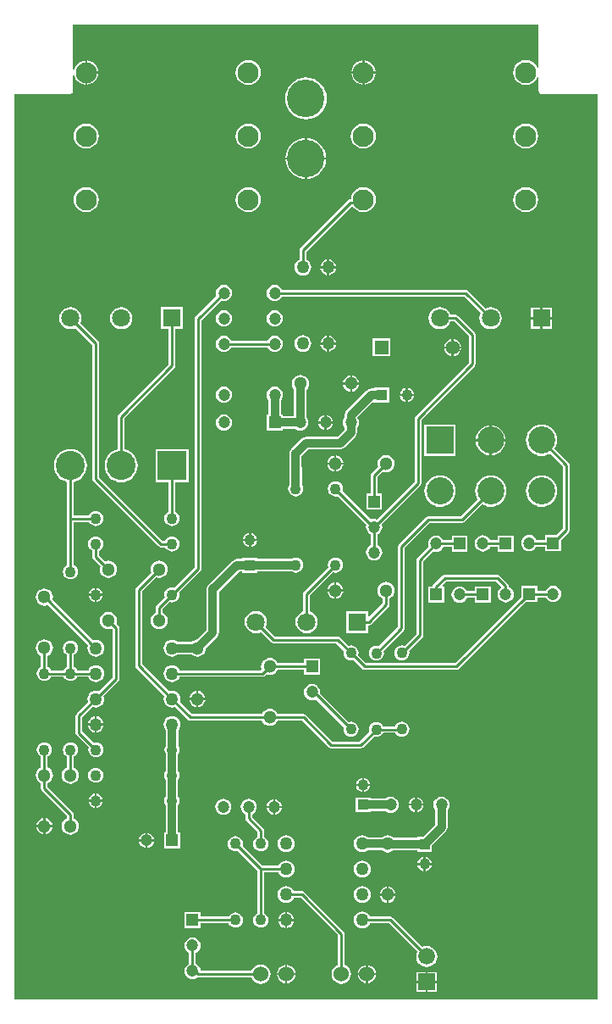
<source format=gbl>
G04*
G04 #@! TF.GenerationSoftware,Altium Limited,Altium Designer,19.0.9 (268)*
G04*
G04 Layer_Physical_Order=2*
G04 Layer_Color=16711680*
%FSLAX25Y25*%
%MOIN*%
G70*
G01*
G75*
%ADD11C,0.01000*%
%ADD41C,0.03200*%
%ADD42R,0.04724X0.04724*%
%ADD43C,0.04724*%
%ADD44C,0.04331*%
%ADD45R,0.04331X0.04331*%
%ADD46C,0.05118*%
%ADD47C,0.05000*%
%ADD48R,0.07087X0.07087*%
%ADD49C,0.07087*%
%ADD50C,0.11417*%
%ADD51R,0.11417X0.11417*%
%ADD52C,0.14765*%
%ADD53R,0.04724X0.04724*%
%ADD54C,0.06600*%
%ADD55R,0.06600X0.06600*%
%ADD56C,0.06000*%
%ADD57C,0.08268*%
%ADD58C,0.04725*%
%ADD59R,0.10630X0.10630*%
%ADD60C,0.10630*%
%ADD61R,0.04331X0.04331*%
%ADD62R,0.05512X0.05512*%
%ADD63C,0.05512*%
%ADD64C,0.03000*%
G36*
X207936Y367923D02*
X207436Y367823D01*
X207119Y368588D01*
X206328Y369619D01*
X205297Y370410D01*
X204097Y370907D01*
X202809Y371077D01*
X201521Y370907D01*
X200321Y370410D01*
X199290Y369619D01*
X198499Y368588D01*
X198002Y367388D01*
X197832Y366100D01*
X198002Y364812D01*
X198499Y363612D01*
X199290Y362581D01*
X200321Y361790D01*
X201521Y361293D01*
X202809Y361123D01*
X204097Y361293D01*
X205297Y361790D01*
X206328Y362581D01*
X207119Y363612D01*
X207436Y364377D01*
X207936Y364277D01*
Y359000D01*
X208052Y358415D01*
X208384Y357919D01*
X208880Y357587D01*
X209465Y357471D01*
X230971D01*
Y1529D01*
X1529D01*
Y357471D01*
X23030D01*
X23615Y357587D01*
X24111Y357919D01*
X24443Y358415D01*
X24559Y359000D01*
Y364987D01*
X25059Y365020D01*
X25080Y364864D01*
X25557Y363713D01*
X26316Y362724D01*
X27305Y361965D01*
X28456Y361488D01*
X29292Y361378D01*
Y366100D01*
Y370822D01*
X28456Y370712D01*
X27305Y370235D01*
X26316Y369476D01*
X25557Y368487D01*
X25080Y367336D01*
X25059Y367180D01*
X24559Y367213D01*
Y384971D01*
X207936D01*
Y367923D01*
D02*
G37*
%LPC*%
G36*
X139311Y370822D02*
Y366500D01*
X143633D01*
X143523Y367336D01*
X143046Y368487D01*
X142287Y369476D01*
X141298Y370235D01*
X140147Y370712D01*
X139311Y370822D01*
D02*
G37*
G36*
X30092D02*
Y366500D01*
X34414D01*
X34304Y367336D01*
X33827Y368487D01*
X33068Y369476D01*
X32079Y370235D01*
X30928Y370712D01*
X30092Y370822D01*
D02*
G37*
G36*
X138511D02*
X137675Y370712D01*
X136524Y370235D01*
X135535Y369476D01*
X134776Y368487D01*
X134299Y367336D01*
X134189Y366500D01*
X138511D01*
Y370822D01*
D02*
G37*
G36*
X143633Y365700D02*
X139311D01*
Y361378D01*
X140147Y361488D01*
X141298Y361965D01*
X142287Y362724D01*
X143046Y363713D01*
X143523Y364864D01*
X143633Y365700D01*
D02*
G37*
G36*
X34414D02*
X30092D01*
Y361378D01*
X30928Y361488D01*
X32079Y361965D01*
X33068Y362724D01*
X33827Y363713D01*
X34304Y364864D01*
X34414Y365700D01*
D02*
G37*
G36*
X138511D02*
X134189D01*
X134299Y364864D01*
X134776Y363713D01*
X135535Y362724D01*
X136524Y361965D01*
X137675Y361488D01*
X138511Y361378D01*
Y365700D01*
D02*
G37*
G36*
X93590Y371077D02*
X92302Y370907D01*
X91102Y370410D01*
X90071Y369619D01*
X89280Y368588D01*
X88783Y367388D01*
X88613Y366100D01*
X88783Y364812D01*
X89280Y363612D01*
X90071Y362581D01*
X91102Y361790D01*
X92302Y361293D01*
X93590Y361123D01*
X94878Y361293D01*
X96078Y361790D01*
X97109Y362581D01*
X97900Y363612D01*
X98397Y364812D01*
X98567Y366100D01*
X98397Y367388D01*
X97900Y368588D01*
X97109Y369619D01*
X96078Y370410D01*
X94878Y370907D01*
X93590Y371077D01*
D02*
G37*
G36*
X116250Y364122D02*
X114646Y363964D01*
X113104Y363496D01*
X111682Y362736D01*
X110436Y361714D01*
X109414Y360468D01*
X108654Y359046D01*
X108186Y357504D01*
X108028Y355900D01*
X108186Y354296D01*
X108654Y352754D01*
X109414Y351332D01*
X110436Y350086D01*
X111682Y349064D01*
X113104Y348304D01*
X114646Y347836D01*
X116250Y347678D01*
X117854Y347836D01*
X119396Y348304D01*
X120818Y349064D01*
X122064Y350086D01*
X123086Y351332D01*
X123846Y352754D01*
X124314Y354296D01*
X124472Y355900D01*
X124314Y357504D01*
X123846Y359046D01*
X123086Y360468D01*
X122064Y361714D01*
X120818Y362736D01*
X119396Y363496D01*
X117854Y363964D01*
X116250Y364122D01*
D02*
G37*
G36*
X202809Y346077D02*
X201521Y345907D01*
X200321Y345410D01*
X199290Y344619D01*
X198499Y343588D01*
X198002Y342388D01*
X197832Y341100D01*
X198002Y339812D01*
X198499Y338612D01*
X199290Y337581D01*
X200321Y336790D01*
X201521Y336293D01*
X202809Y336123D01*
X204097Y336293D01*
X205297Y336790D01*
X206328Y337581D01*
X207119Y338612D01*
X207616Y339812D01*
X207786Y341100D01*
X207616Y342388D01*
X207119Y343588D01*
X206328Y344619D01*
X205297Y345410D01*
X204097Y345907D01*
X202809Y346077D01*
D02*
G37*
G36*
X138911D02*
X137623Y345907D01*
X136423Y345410D01*
X135392Y344619D01*
X134601Y343588D01*
X134104Y342388D01*
X133934Y341100D01*
X134104Y339812D01*
X134601Y338612D01*
X135392Y337581D01*
X136423Y336790D01*
X137623Y336293D01*
X138911Y336123D01*
X140199Y336293D01*
X141399Y336790D01*
X142430Y337581D01*
X143221Y338612D01*
X143718Y339812D01*
X143888Y341100D01*
X143718Y342388D01*
X143221Y343588D01*
X142430Y344619D01*
X141399Y345410D01*
X140199Y345907D01*
X138911Y346077D01*
D02*
G37*
G36*
X93590D02*
X92302Y345907D01*
X91102Y345410D01*
X90071Y344619D01*
X89280Y343588D01*
X88783Y342388D01*
X88613Y341100D01*
X88783Y339812D01*
X89280Y338612D01*
X90071Y337581D01*
X91102Y336790D01*
X92302Y336293D01*
X93590Y336123D01*
X94878Y336293D01*
X96078Y336790D01*
X97109Y337581D01*
X97900Y338612D01*
X98397Y339812D01*
X98567Y341100D01*
X98397Y342388D01*
X97900Y343588D01*
X97109Y344619D01*
X96078Y345410D01*
X94878Y345907D01*
X93590Y346077D01*
D02*
G37*
G36*
X29692D02*
X28404Y345907D01*
X27204Y345410D01*
X26173Y344619D01*
X25382Y343588D01*
X24885Y342388D01*
X24715Y341100D01*
X24885Y339812D01*
X25382Y338612D01*
X26173Y337581D01*
X27204Y336790D01*
X28404Y336293D01*
X29692Y336123D01*
X30980Y336293D01*
X32180Y336790D01*
X33211Y337581D01*
X34002Y338612D01*
X34499Y339812D01*
X34669Y341100D01*
X34499Y342388D01*
X34002Y343588D01*
X33211Y344619D01*
X32180Y345410D01*
X30980Y345907D01*
X29692Y346077D01*
D02*
G37*
G36*
X116650Y340260D02*
Y332678D01*
X124232D01*
X124117Y333843D01*
X123660Y335347D01*
X122919Y336734D01*
X121922Y337950D01*
X120706Y338947D01*
X119319Y339688D01*
X117815Y340145D01*
X116650Y340260D01*
D02*
G37*
G36*
X115850D02*
X114685Y340145D01*
X113180Y339688D01*
X111794Y338947D01*
X110578Y337950D01*
X109581Y336734D01*
X108840Y335347D01*
X108383Y333843D01*
X108268Y332678D01*
X115850D01*
Y340260D01*
D02*
G37*
G36*
X124232Y331878D02*
X116650D01*
Y324296D01*
X117815Y324411D01*
X119319Y324868D01*
X120706Y325609D01*
X121922Y326606D01*
X122919Y327822D01*
X123660Y329209D01*
X124117Y330713D01*
X124232Y331878D01*
D02*
G37*
G36*
X115850D02*
X108268D01*
X108383Y330713D01*
X108840Y329209D01*
X109581Y327822D01*
X110578Y326606D01*
X111794Y325609D01*
X113180Y324868D01*
X114685Y324411D01*
X115850Y324296D01*
Y331878D01*
D02*
G37*
G36*
X202809Y321077D02*
X201521Y320907D01*
X200321Y320410D01*
X199290Y319619D01*
X198499Y318588D01*
X198002Y317388D01*
X197832Y316100D01*
X198002Y314812D01*
X198499Y313612D01*
X199290Y312581D01*
X200321Y311790D01*
X201521Y311293D01*
X202809Y311123D01*
X204097Y311293D01*
X205297Y311790D01*
X206328Y312581D01*
X207119Y313612D01*
X207616Y314812D01*
X207786Y316100D01*
X207616Y317388D01*
X207119Y318588D01*
X206328Y319619D01*
X205297Y320410D01*
X204097Y320907D01*
X202809Y321077D01*
D02*
G37*
G36*
X138911D02*
X137623Y320907D01*
X136423Y320410D01*
X135392Y319619D01*
X134601Y318588D01*
X134104Y317388D01*
X133964Y316325D01*
X133828D01*
X133321Y316225D01*
X132891Y315937D01*
X114063Y297109D01*
X113775Y296679D01*
X113674Y296172D01*
Y292523D01*
X113336Y292383D01*
X112646Y291854D01*
X112118Y291164D01*
X111785Y290361D01*
X111671Y289500D01*
X111785Y288638D01*
X112118Y287836D01*
X112646Y287146D01*
X113336Y286617D01*
X114138Y286285D01*
X115000Y286172D01*
X115861Y286285D01*
X116664Y286617D01*
X117354Y287146D01*
X117883Y287836D01*
X118215Y288638D01*
X118328Y289500D01*
X118215Y290361D01*
X117883Y291164D01*
X117354Y291854D01*
X116664Y292383D01*
X116325Y292523D01*
Y295623D01*
X134134Y313432D01*
X134200Y313457D01*
X134763Y313400D01*
X135392Y312581D01*
X136423Y311790D01*
X137623Y311293D01*
X138911Y311123D01*
X140199Y311293D01*
X141399Y311790D01*
X142430Y312581D01*
X143221Y313612D01*
X143718Y314812D01*
X143888Y316100D01*
X143718Y317388D01*
X143221Y318588D01*
X142430Y319619D01*
X141399Y320410D01*
X140199Y320907D01*
X138911Y321077D01*
D02*
G37*
G36*
X93590D02*
X92302Y320907D01*
X91102Y320410D01*
X90071Y319619D01*
X89280Y318588D01*
X88783Y317388D01*
X88613Y316100D01*
X88783Y314812D01*
X89280Y313612D01*
X90071Y312581D01*
X91102Y311790D01*
X92302Y311293D01*
X93590Y311123D01*
X94878Y311293D01*
X96078Y311790D01*
X97109Y312581D01*
X97900Y313612D01*
X98397Y314812D01*
X98567Y316100D01*
X98397Y317388D01*
X97900Y318588D01*
X97109Y319619D01*
X96078Y320410D01*
X94878Y320907D01*
X93590Y321077D01*
D02*
G37*
G36*
X29692D02*
X28404Y320907D01*
X27204Y320410D01*
X26173Y319619D01*
X25382Y318588D01*
X24885Y317388D01*
X24715Y316100D01*
X24885Y314812D01*
X25382Y313612D01*
X26173Y312581D01*
X27204Y311790D01*
X28404Y311293D01*
X29692Y311123D01*
X30980Y311293D01*
X32180Y311790D01*
X33211Y312581D01*
X34002Y313612D01*
X34499Y314812D01*
X34669Y316100D01*
X34499Y317388D01*
X34002Y318588D01*
X33211Y319619D01*
X32180Y320410D01*
X30980Y320907D01*
X29692Y321077D01*
D02*
G37*
G36*
X125400Y292574D02*
Y289900D01*
X128074D01*
X128020Y290309D01*
X127708Y291063D01*
X127211Y291711D01*
X126563Y292208D01*
X125809Y292520D01*
X125400Y292574D01*
D02*
G37*
G36*
X124600D02*
X124191Y292520D01*
X123437Y292208D01*
X122789Y291711D01*
X122292Y291063D01*
X121980Y290309D01*
X121926Y289900D01*
X124600D01*
Y292574D01*
D02*
G37*
G36*
X128074Y289100D02*
X125400D01*
Y286426D01*
X125809Y286480D01*
X126563Y286792D01*
X127211Y287289D01*
X127708Y287937D01*
X128020Y288691D01*
X128074Y289100D01*
D02*
G37*
G36*
X124600D02*
X121926D01*
X121980Y288691D01*
X122292Y287937D01*
X122789Y287289D01*
X123437Y286792D01*
X124191Y286480D01*
X124600Y286426D01*
Y289100D01*
D02*
G37*
G36*
X84000Y282556D02*
X83174Y282447D01*
X82405Y282129D01*
X81744Y281622D01*
X81238Y280961D01*
X80919Y280192D01*
X80810Y279366D01*
X80919Y278540D01*
X81030Y278271D01*
X72897Y270137D01*
X72609Y269707D01*
X72508Y269200D01*
Y171623D01*
X64444Y163559D01*
X64274Y163629D01*
X63500Y163731D01*
X62726Y163629D01*
X62005Y163330D01*
X61385Y162855D01*
X60910Y162236D01*
X60611Y161514D01*
X60509Y160740D01*
X60611Y159966D01*
X60681Y159796D01*
X57561Y156676D01*
X57274Y156246D01*
X57173Y155739D01*
Y153717D01*
X56805Y153564D01*
X56103Y153026D01*
X55565Y152324D01*
X55226Y151507D01*
X55111Y150630D01*
X55226Y149753D01*
X55565Y148936D01*
X56103Y148234D01*
X56805Y147696D01*
X57622Y147358D01*
X58499Y147242D01*
X59376Y147358D01*
X60193Y147696D01*
X60894Y148234D01*
X61433Y148936D01*
X61771Y149753D01*
X61887Y150630D01*
X61771Y151507D01*
X61433Y152324D01*
X60894Y153026D01*
X60193Y153564D01*
X59824Y153717D01*
Y155190D01*
X62556Y157921D01*
X62726Y157851D01*
X63500Y157749D01*
X64274Y157851D01*
X64995Y158150D01*
X65615Y158625D01*
X66090Y159245D01*
X66389Y159966D01*
X66491Y160740D01*
X66389Y161514D01*
X66319Y161684D01*
X74771Y170137D01*
X75059Y170567D01*
X75159Y171074D01*
Y268651D01*
X82905Y276397D01*
X83174Y276285D01*
X84000Y276176D01*
X84826Y276285D01*
X85595Y276604D01*
X86256Y277111D01*
X86762Y277771D01*
X87081Y278540D01*
X87190Y279366D01*
X87081Y280192D01*
X86762Y280961D01*
X86256Y281622D01*
X85595Y282129D01*
X84826Y282447D01*
X84000Y282556D01*
D02*
G37*
G36*
X213143Y273643D02*
X209400D01*
Y269900D01*
X213143D01*
Y273643D01*
D02*
G37*
G36*
X208600D02*
X204856D01*
Y269900D01*
X208600D01*
Y273643D01*
D02*
G37*
G36*
X104000Y272556D02*
X103174Y272447D01*
X102405Y272129D01*
X101744Y271622D01*
X101238Y270961D01*
X100919Y270192D01*
X100810Y269366D01*
X100919Y268541D01*
X101238Y267771D01*
X101744Y267111D01*
X102405Y266604D01*
X103174Y266285D01*
X104000Y266176D01*
X104826Y266285D01*
X105595Y266604D01*
X106255Y267111D01*
X106762Y267771D01*
X107081Y268541D01*
X107190Y269366D01*
X107081Y270192D01*
X106762Y270961D01*
X106255Y271622D01*
X105595Y272129D01*
X104826Y272447D01*
X104000Y272556D01*
D02*
G37*
G36*
X84000D02*
X83174Y272447D01*
X82405Y272129D01*
X81744Y271622D01*
X81238Y270961D01*
X80919Y270192D01*
X80810Y269366D01*
X80919Y268541D01*
X81238Y267771D01*
X81744Y267111D01*
X82405Y266604D01*
X83174Y266285D01*
X84000Y266176D01*
X84826Y266285D01*
X85595Y266604D01*
X86256Y267111D01*
X86762Y267771D01*
X87081Y268541D01*
X87190Y269366D01*
X87081Y270192D01*
X86762Y270961D01*
X86256Y271622D01*
X85595Y272129D01*
X84826Y272447D01*
X84000Y272556D01*
D02*
G37*
G36*
X213143Y269100D02*
X209400D01*
Y265356D01*
X213143D01*
Y269100D01*
D02*
G37*
G36*
X208600D02*
X204856D01*
Y265356D01*
X208600D01*
Y269100D01*
D02*
G37*
G36*
X104000Y282556D02*
X103174Y282447D01*
X102405Y282129D01*
X101744Y281622D01*
X101238Y280961D01*
X100919Y280192D01*
X100810Y279366D01*
X100919Y278540D01*
X101238Y277771D01*
X101744Y277111D01*
X102405Y276604D01*
X103174Y276285D01*
X104000Y276176D01*
X104826Y276285D01*
X105595Y276604D01*
X106255Y277111D01*
X106762Y277771D01*
X106874Y278041D01*
X178585D01*
X185127Y271499D01*
X184768Y270634D01*
X184619Y269500D01*
X184768Y268366D01*
X185206Y267309D01*
X185902Y266402D01*
X186810Y265706D01*
X187866Y265268D01*
X189000Y265119D01*
X190134Y265268D01*
X191191Y265706D01*
X192098Y266402D01*
X192794Y267309D01*
X193232Y268366D01*
X193381Y269500D01*
X193232Y270634D01*
X192794Y271691D01*
X192098Y272598D01*
X191191Y273294D01*
X190134Y273732D01*
X189000Y273881D01*
X187866Y273732D01*
X187001Y273373D01*
X180071Y280303D01*
X179641Y280591D01*
X179134Y280692D01*
X106874D01*
X106762Y280961D01*
X106255Y281622D01*
X105595Y282129D01*
X104826Y282447D01*
X104000Y282556D01*
D02*
G37*
G36*
X43500Y273881D02*
X42366Y273732D01*
X41309Y273294D01*
X40402Y272598D01*
X39706Y271691D01*
X39268Y270634D01*
X39119Y269500D01*
X39268Y268366D01*
X39706Y267309D01*
X40402Y266402D01*
X41309Y265706D01*
X42366Y265268D01*
X43500Y265119D01*
X44634Y265268D01*
X45691Y265706D01*
X46598Y266402D01*
X47294Y267309D01*
X47732Y268366D01*
X47881Y269500D01*
X47732Y270634D01*
X47294Y271691D01*
X46598Y272598D01*
X45691Y273294D01*
X44634Y273732D01*
X43500Y273881D01*
D02*
G37*
G36*
X104000Y262556D02*
X103174Y262447D01*
X102405Y262129D01*
X101744Y261622D01*
X101238Y260961D01*
X101126Y260692D01*
X86874D01*
X86762Y260961D01*
X86256Y261622D01*
X85595Y262129D01*
X84826Y262447D01*
X84000Y262556D01*
X83174Y262447D01*
X82405Y262129D01*
X81744Y261622D01*
X81238Y260961D01*
X80919Y260192D01*
X80810Y259366D01*
X80919Y258541D01*
X81238Y257771D01*
X81744Y257111D01*
X82405Y256604D01*
X83174Y256285D01*
X84000Y256176D01*
X84826Y256285D01*
X85595Y256604D01*
X86256Y257111D01*
X86762Y257771D01*
X86874Y258041D01*
X101126D01*
X101238Y257771D01*
X101744Y257111D01*
X102405Y256604D01*
X103174Y256285D01*
X104000Y256176D01*
X104826Y256285D01*
X105595Y256604D01*
X106255Y257111D01*
X106762Y257771D01*
X107081Y258541D01*
X107190Y259366D01*
X107081Y260192D01*
X106762Y260961D01*
X106255Y261622D01*
X105595Y262129D01*
X104826Y262447D01*
X104000Y262556D01*
D02*
G37*
G36*
X125400Y262574D02*
Y259900D01*
X128074D01*
X128020Y260309D01*
X127708Y261063D01*
X127211Y261711D01*
X126563Y262208D01*
X125809Y262520D01*
X125400Y262574D01*
D02*
G37*
G36*
X124600D02*
X124191Y262520D01*
X123437Y262208D01*
X122789Y261711D01*
X122292Y261063D01*
X121980Y260309D01*
X121926Y259900D01*
X124600D01*
Y262574D01*
D02*
G37*
G36*
X174419Y261332D02*
Y258400D01*
X177351D01*
X177289Y258876D01*
X176951Y259693D01*
X176413Y260394D01*
X175712Y260931D01*
X174895Y261270D01*
X174419Y261332D01*
D02*
G37*
G36*
X173619D02*
X173143Y261270D01*
X172327Y260931D01*
X171625Y260394D01*
X171088Y259693D01*
X170749Y258876D01*
X170687Y258400D01*
X173619D01*
Y261332D01*
D02*
G37*
G36*
X128074Y259100D02*
X125400D01*
Y256426D01*
X125809Y256480D01*
X126563Y256792D01*
X127211Y257289D01*
X127708Y257937D01*
X128020Y258691D01*
X128074Y259100D01*
D02*
G37*
G36*
X124600D02*
X121926D01*
X121980Y258691D01*
X122292Y257937D01*
X122789Y257289D01*
X123437Y256792D01*
X124191Y256480D01*
X124600Y256426D01*
Y259100D01*
D02*
G37*
G36*
X115000Y262828D02*
X114138Y262715D01*
X113336Y262383D01*
X112646Y261854D01*
X112118Y261164D01*
X111785Y260362D01*
X111671Y259500D01*
X111785Y258639D01*
X112118Y257836D01*
X112646Y257146D01*
X113336Y256617D01*
X114138Y256285D01*
X115000Y256171D01*
X115861Y256285D01*
X116664Y256617D01*
X117354Y257146D01*
X117883Y257836D01*
X118215Y258639D01*
X118328Y259500D01*
X118215Y260362D01*
X117883Y261164D01*
X117354Y261854D01*
X116664Y262383D01*
X115861Y262715D01*
X115000Y262828D01*
D02*
G37*
G36*
X177351Y257600D02*
X174419D01*
Y254668D01*
X174895Y254730D01*
X175712Y255068D01*
X176413Y255607D01*
X176951Y256308D01*
X177289Y257124D01*
X177351Y257600D01*
D02*
G37*
G36*
X173619D02*
X170687D01*
X170749Y257124D01*
X171088Y256308D01*
X171625Y255607D01*
X172327Y255068D01*
X173143Y254730D01*
X173619Y254668D01*
Y257600D01*
D02*
G37*
G36*
X149575Y261556D02*
X142463D01*
Y254444D01*
X149575D01*
Y261556D01*
D02*
G37*
G36*
X134432Y246934D02*
Y244200D01*
X137165D01*
X137109Y244625D01*
X136791Y245393D01*
X136285Y246053D01*
X135625Y246559D01*
X134856Y246878D01*
X134432Y246934D01*
D02*
G37*
G36*
X133632D02*
X133207Y246878D01*
X132439Y246559D01*
X131779Y246053D01*
X131272Y245393D01*
X130954Y244625D01*
X130898Y244200D01*
X133632D01*
Y246934D01*
D02*
G37*
G36*
X137165Y243400D02*
X134432D01*
Y240666D01*
X134856Y240722D01*
X135625Y241041D01*
X136285Y241547D01*
X136791Y242207D01*
X137109Y242975D01*
X137165Y243400D01*
D02*
G37*
G36*
X133632D02*
X130898D01*
X130954Y242975D01*
X131272Y242207D01*
X131779Y241547D01*
X132439Y241041D01*
X133207Y240722D01*
X133632Y240666D01*
Y243400D01*
D02*
G37*
G36*
X156400Y242103D02*
Y239766D01*
X158737D01*
X158694Y240088D01*
X158416Y240761D01*
X157972Y241338D01*
X157395Y241782D01*
X156722Y242060D01*
X156400Y242103D01*
D02*
G37*
G36*
X155600D02*
X155278Y242060D01*
X154605Y241782D01*
X154028Y241338D01*
X153584Y240761D01*
X153306Y240088D01*
X153263Y239766D01*
X155600D01*
Y242103D01*
D02*
G37*
G36*
X158737Y238966D02*
X156400D01*
Y236629D01*
X156722Y236672D01*
X157395Y236950D01*
X157972Y237394D01*
X158416Y237971D01*
X158694Y238644D01*
X158737Y238966D01*
D02*
G37*
G36*
X155600D02*
X153263D01*
X153306Y238644D01*
X153584Y237971D01*
X154028Y237394D01*
X154605Y236950D01*
X155278Y236672D01*
X155600Y236629D01*
Y238966D01*
D02*
G37*
G36*
X148966Y242332D02*
X143035D01*
Y241813D01*
X141966D01*
X141030Y241627D01*
X140236Y241096D01*
X132270Y233130D01*
X131739Y232336D01*
X131553Y231400D01*
Y230505D01*
X131238Y230095D01*
X130919Y229326D01*
X130811Y228500D01*
X130919Y227675D01*
X131238Y226905D01*
X131553Y226495D01*
Y225615D01*
X128785Y222847D01*
X116300D01*
X115364Y222661D01*
X114570Y222130D01*
X110387Y217948D01*
X109857Y217154D01*
X109670Y216217D01*
Y210651D01*
X109821Y209893D01*
Y204128D01*
X109647Y203901D01*
X109348Y203179D01*
X109247Y202405D01*
X109348Y201631D01*
X109647Y200910D01*
X110123Y200290D01*
X110742Y199815D01*
X111463Y199516D01*
X112238Y199414D01*
X113012Y199516D01*
X113733Y199815D01*
X114353Y200290D01*
X114828Y200910D01*
X115127Y201631D01*
X115229Y202405D01*
X115127Y203179D01*
X114828Y203901D01*
X114715Y204047D01*
Y210500D01*
X114565Y211258D01*
Y215204D01*
X117314Y217953D01*
X129798D01*
X130735Y218139D01*
X131528Y218670D01*
X135730Y222871D01*
X136261Y223665D01*
X136447Y224602D01*
Y226495D01*
X136762Y226905D01*
X137081Y227675D01*
X137189Y228500D01*
X137081Y229326D01*
X136762Y230095D01*
X136499Y230438D01*
X142534Y236474D01*
X143035Y236401D01*
Y236401D01*
X148966D01*
Y242332D01*
D02*
G37*
G36*
X84000Y242556D02*
X83174Y242447D01*
X82405Y242129D01*
X81744Y241622D01*
X81238Y240961D01*
X80919Y240192D01*
X80810Y239366D01*
X80919Y238541D01*
X81238Y237771D01*
X81744Y237111D01*
X82405Y236604D01*
X83174Y236285D01*
X84000Y236176D01*
X84826Y236285D01*
X85595Y236604D01*
X86256Y237111D01*
X86762Y237771D01*
X87081Y238541D01*
X87190Y239366D01*
X87081Y240192D01*
X86762Y240961D01*
X86256Y241622D01*
X85595Y242129D01*
X84826Y242447D01*
X84000Y242556D01*
D02*
G37*
G36*
X114032Y247188D02*
X113155Y247073D01*
X112338Y246734D01*
X111636Y246196D01*
X111098Y245494D01*
X110759Y244677D01*
X110644Y243800D01*
X110759Y242923D01*
X111098Y242106D01*
X111553Y241512D01*
Y230947D01*
X107162D01*
Y231662D01*
X106447D01*
Y237360D01*
X106762Y237771D01*
X107081Y238541D01*
X107190Y239366D01*
X107081Y240192D01*
X106762Y240961D01*
X106255Y241622D01*
X105595Y242129D01*
X104826Y242447D01*
X104000Y242556D01*
X103174Y242447D01*
X102405Y242129D01*
X101744Y241622D01*
X101238Y240961D01*
X100919Y240192D01*
X100810Y239366D01*
X100919Y238541D01*
X101238Y237771D01*
X101553Y237360D01*
Y231662D01*
X100838D01*
Y225338D01*
X107162D01*
Y226053D01*
X111995D01*
X112405Y225738D01*
X113174Y225419D01*
X114000Y225311D01*
X114825Y225419D01*
X115595Y225738D01*
X116255Y226245D01*
X116762Y226905D01*
X117081Y227675D01*
X117189Y228500D01*
X117081Y229326D01*
X116762Y230095D01*
X116447Y230505D01*
Y241430D01*
X116966Y242106D01*
X117304Y242923D01*
X117420Y243800D01*
X117304Y244677D01*
X116966Y245494D01*
X116427Y246196D01*
X115726Y246734D01*
X114909Y247073D01*
X114032Y247188D01*
D02*
G37*
G36*
X124400Y231435D02*
Y228900D01*
X126935D01*
X126886Y229273D01*
X126587Y229994D01*
X126112Y230612D01*
X125494Y231087D01*
X124773Y231386D01*
X124400Y231435D01*
D02*
G37*
G36*
X123600D02*
X123227Y231386D01*
X122506Y231087D01*
X121888Y230612D01*
X121413Y229994D01*
X121114Y229273D01*
X121065Y228900D01*
X123600D01*
Y231435D01*
D02*
G37*
G36*
X126935Y228100D02*
X124400D01*
Y225565D01*
X124773Y225614D01*
X125494Y225913D01*
X126112Y226388D01*
X126587Y227006D01*
X126886Y227727D01*
X126935Y228100D01*
D02*
G37*
G36*
X123600D02*
X121065D01*
X121114Y227727D01*
X121413Y227006D01*
X121888Y226388D01*
X122506Y225913D01*
X123227Y225614D01*
X123600Y225565D01*
Y228100D01*
D02*
G37*
G36*
X84000Y231689D02*
X83175Y231581D01*
X82405Y231262D01*
X81745Y230755D01*
X81238Y230095D01*
X80919Y229326D01*
X80811Y228500D01*
X80919Y227675D01*
X81238Y226905D01*
X81745Y226245D01*
X82405Y225738D01*
X83175Y225419D01*
X84000Y225311D01*
X84825Y225419D01*
X85595Y225738D01*
X86255Y226245D01*
X86762Y226905D01*
X87081Y227675D01*
X87189Y228500D01*
X87081Y229326D01*
X86762Y230095D01*
X86255Y230755D01*
X85595Y231262D01*
X84825Y231581D01*
X84000Y231689D01*
D02*
G37*
G36*
X189400Y227366D02*
Y221862D01*
X194904D01*
X194829Y222621D01*
X194491Y223737D01*
X193942Y224764D01*
X193203Y225665D01*
X192302Y226404D01*
X191274Y226953D01*
X190159Y227291D01*
X189400Y227366D01*
D02*
G37*
G36*
X188600D02*
X187840Y227291D01*
X186725Y226953D01*
X185698Y226404D01*
X184797Y225665D01*
X184058Y224764D01*
X183509Y223737D01*
X183171Y222621D01*
X183096Y221862D01*
X188600D01*
Y227366D01*
D02*
G37*
G36*
X194904Y221062D02*
X189400D01*
Y215558D01*
X190159Y215633D01*
X191274Y215971D01*
X192302Y216520D01*
X193203Y217259D01*
X193942Y218160D01*
X194491Y219187D01*
X194829Y220303D01*
X194904Y221062D01*
D02*
G37*
G36*
X188600D02*
X183096D01*
X183171Y220303D01*
X183509Y219187D01*
X184058Y218160D01*
X184797Y217259D01*
X185698Y216520D01*
X186725Y215971D01*
X187840Y215633D01*
X188600Y215558D01*
Y221062D01*
D02*
G37*
G36*
X175115Y227577D02*
X162885D01*
Y215347D01*
X175115D01*
Y227577D01*
D02*
G37*
G36*
X128226Y215484D02*
Y212751D01*
X130959D01*
X130903Y213175D01*
X130585Y213944D01*
X130078Y214604D01*
X129419Y215110D01*
X128650Y215428D01*
X128226Y215484D01*
D02*
G37*
G36*
X127426D02*
X127001Y215428D01*
X126232Y215110D01*
X125572Y214604D01*
X125066Y213944D01*
X124748Y213175D01*
X124692Y212751D01*
X127426D01*
Y215484D01*
D02*
G37*
G36*
X130959Y211951D02*
X128226D01*
Y209217D01*
X128650Y209273D01*
X129419Y209591D01*
X130078Y210098D01*
X130585Y210758D01*
X130903Y211526D01*
X130959Y211951D01*
D02*
G37*
G36*
X127426D02*
X124692D01*
X124748Y211526D01*
X125066Y210758D01*
X125572Y210098D01*
X126232Y209591D01*
X127001Y209273D01*
X127426Y209217D01*
Y211951D01*
D02*
G37*
G36*
X147826Y215739D02*
X146949Y215623D01*
X146132Y215285D01*
X145430Y214746D01*
X144891Y214045D01*
X144553Y213228D01*
X144438Y212351D01*
X144553Y211474D01*
X144706Y211105D01*
X142188Y208588D01*
X141901Y208158D01*
X141800Y207651D01*
Y200568D01*
X139963D01*
Y194244D01*
X146287D01*
Y200568D01*
X144451D01*
Y207102D01*
X146580Y209231D01*
X146949Y209078D01*
X147826Y208963D01*
X148702Y209078D01*
X149519Y209417D01*
X150221Y209955D01*
X150759Y210657D01*
X151098Y211474D01*
X151213Y212351D01*
X151098Y213228D01*
X150759Y214045D01*
X150221Y214746D01*
X149519Y215285D01*
X148702Y215623D01*
X147826Y215739D01*
D02*
G37*
G36*
X67844Y273844D02*
X59157D01*
Y265157D01*
X62248D01*
Y251323D01*
X42563Y231637D01*
X42275Y231207D01*
X42175Y230700D01*
Y217899D01*
X40997Y217542D01*
X39867Y216938D01*
X38875Y216125D01*
X38062Y215133D01*
X37458Y214003D01*
X37086Y212776D01*
X36960Y211500D01*
X37086Y210224D01*
X37458Y208997D01*
X38062Y207867D01*
X38875Y206875D01*
X39867Y206062D01*
X40997Y205458D01*
X42224Y205086D01*
X43500Y204960D01*
X44776Y205086D01*
X46003Y205458D01*
X47133Y206062D01*
X48125Y206875D01*
X48938Y207867D01*
X49542Y208997D01*
X49914Y210224D01*
X50040Y211500D01*
X49914Y212776D01*
X49542Y214003D01*
X48938Y215133D01*
X48125Y216125D01*
X47133Y216938D01*
X46003Y217542D01*
X44826Y217899D01*
Y230151D01*
X64511Y249837D01*
X64798Y250267D01*
X64899Y250774D01*
Y265157D01*
X67844D01*
Y273844D01*
D02*
G37*
G36*
X209000Y207607D02*
X207801Y207488D01*
X206649Y207139D01*
X205586Y206571D01*
X204655Y205807D01*
X203891Y204876D01*
X203323Y203813D01*
X202974Y202661D01*
X202855Y201462D01*
X202974Y200263D01*
X203323Y199111D01*
X203891Y198048D01*
X204655Y197117D01*
X205586Y196353D01*
X206649Y195785D01*
X207801Y195436D01*
X209000Y195317D01*
X210199Y195436D01*
X211351Y195785D01*
X212414Y196353D01*
X213345Y197117D01*
X214109Y198048D01*
X214677Y199111D01*
X215026Y200263D01*
X215145Y201462D01*
X215026Y202661D01*
X214677Y203813D01*
X214109Y204876D01*
X213345Y205807D01*
X212414Y206571D01*
X211351Y207139D01*
X210199Y207488D01*
X209000Y207607D01*
D02*
G37*
G36*
X189000D02*
X187801Y207488D01*
X186649Y207139D01*
X185586Y206571D01*
X184655Y205807D01*
X183891Y204876D01*
X183323Y203813D01*
X182974Y202661D01*
X182855Y201462D01*
X182974Y200263D01*
X183323Y199111D01*
X183828Y198165D01*
X177389Y191726D01*
X164595D01*
X164087Y191625D01*
X163657Y191337D01*
X152948Y180628D01*
X152660Y180198D01*
X152559Y179690D01*
Y148203D01*
X144944Y140588D01*
X144774Y140658D01*
X144000Y140760D01*
X143226Y140658D01*
X142504Y140359D01*
X141885Y139884D01*
X141410Y139265D01*
X141111Y138543D01*
X141009Y137769D01*
X141111Y136995D01*
X141410Y136274D01*
X141885Y135654D01*
X142504Y135179D01*
X143226Y134880D01*
X144000Y134778D01*
X144774Y134880D01*
X145496Y135179D01*
X146115Y135654D01*
X146590Y136274D01*
X146889Y136995D01*
X146991Y137769D01*
X146889Y138543D01*
X146819Y138713D01*
X154822Y146717D01*
X155110Y147147D01*
X155210Y147654D01*
Y179141D01*
X165144Y189075D01*
X177938D01*
X178445Y189175D01*
X178875Y189463D01*
X185703Y196291D01*
X186649Y195785D01*
X187801Y195436D01*
X189000Y195317D01*
X190199Y195436D01*
X191351Y195785D01*
X192414Y196353D01*
X193345Y197117D01*
X194109Y198048D01*
X194677Y199111D01*
X195027Y200263D01*
X195145Y201462D01*
X195027Y202661D01*
X194677Y203813D01*
X194109Y204876D01*
X193345Y205807D01*
X192414Y206571D01*
X191351Y207139D01*
X190199Y207488D01*
X189000Y207607D01*
D02*
G37*
G36*
X169000D02*
X167801Y207488D01*
X166649Y207139D01*
X165586Y206571D01*
X164655Y205807D01*
X163891Y204876D01*
X163323Y203813D01*
X162973Y202661D01*
X162855Y201462D01*
X162973Y200263D01*
X163323Y199111D01*
X163891Y198048D01*
X164655Y197117D01*
X165586Y196353D01*
X166649Y195785D01*
X167801Y195436D01*
X169000Y195317D01*
X170199Y195436D01*
X171351Y195785D01*
X172414Y196353D01*
X173345Y197117D01*
X174109Y198048D01*
X174677Y199111D01*
X175027Y200263D01*
X175145Y201462D01*
X175027Y202661D01*
X174677Y203813D01*
X174109Y204876D01*
X173345Y205807D01*
X172414Y206571D01*
X171351Y207139D01*
X170199Y207488D01*
X169000Y207607D01*
D02*
G37*
G36*
Y273881D02*
X167866Y273732D01*
X166809Y273294D01*
X165902Y272598D01*
X165206Y271691D01*
X164768Y270634D01*
X164619Y269500D01*
X164768Y268366D01*
X165206Y267309D01*
X165902Y266402D01*
X166809Y265706D01*
X167866Y265268D01*
X169000Y265119D01*
X170134Y265268D01*
X171191Y265706D01*
X172098Y266402D01*
X172794Y267309D01*
X173152Y268175D01*
X174651D01*
X180375Y262451D01*
Y252049D01*
X159363Y231037D01*
X159075Y230607D01*
X158975Y230100D01*
Y205130D01*
X144220Y190375D01*
X143951Y190487D01*
X143125Y190595D01*
X142300Y190487D01*
X141824Y190290D01*
X130673Y201442D01*
X130743Y201612D01*
X130845Y202386D01*
X130743Y203160D01*
X130444Y203882D01*
X129969Y204501D01*
X129350Y204976D01*
X128628Y205275D01*
X127854Y205377D01*
X127080Y205275D01*
X126358Y204976D01*
X125739Y204501D01*
X125264Y203882D01*
X124965Y203160D01*
X124863Y202386D01*
X124965Y201612D01*
X125264Y200890D01*
X125739Y200271D01*
X126358Y199796D01*
X127080Y199497D01*
X127854Y199395D01*
X128628Y199497D01*
X128798Y199567D01*
X140071Y188294D01*
X140045Y188232D01*
X139936Y187406D01*
X140045Y186581D01*
X140363Y185812D01*
X140870Y185151D01*
X141531Y184644D01*
X141800Y184533D01*
Y180280D01*
X141531Y180168D01*
X140870Y179661D01*
X140363Y179001D01*
X140045Y178232D01*
X139936Y177406D01*
X140045Y176581D01*
X140363Y175812D01*
X140870Y175151D01*
X141531Y174644D01*
X142300Y174326D01*
X143125Y174217D01*
X143951Y174326D01*
X144720Y174644D01*
X145381Y175151D01*
X145887Y175812D01*
X146206Y176581D01*
X146315Y177406D01*
X146206Y178232D01*
X145887Y179001D01*
X145381Y179661D01*
X144720Y180168D01*
X144451Y180280D01*
Y184533D01*
X144720Y184644D01*
X145381Y185151D01*
X145887Y185812D01*
X146206Y186581D01*
X146315Y187406D01*
X146206Y188232D01*
X146095Y188501D01*
X161237Y203643D01*
X161525Y204074D01*
X161626Y204581D01*
Y229551D01*
X182637Y250563D01*
X182925Y250993D01*
X183026Y251500D01*
Y263000D01*
X182925Y263507D01*
X182637Y263937D01*
X176137Y270437D01*
X175707Y270725D01*
X175200Y270826D01*
X173152D01*
X172794Y271691D01*
X172098Y272598D01*
X171191Y273294D01*
X170134Y273732D01*
X169000Y273881D01*
D02*
G37*
G36*
X70008Y218008D02*
X56991D01*
Y204992D01*
X62174D01*
Y193388D01*
X61987Y193310D01*
X61368Y192835D01*
X60892Y192216D01*
X60594Y191494D01*
X60492Y190720D01*
X60594Y189946D01*
X60892Y189225D01*
X61368Y188605D01*
X61987Y188130D01*
X62709Y187831D01*
X63483Y187729D01*
X64257Y187831D01*
X64978Y188130D01*
X65598Y188605D01*
X66073Y189225D01*
X66372Y189946D01*
X66474Y190720D01*
X66372Y191494D01*
X66073Y192216D01*
X65598Y192835D01*
X64978Y193310D01*
X64825Y193374D01*
Y204992D01*
X70008D01*
Y218008D01*
D02*
G37*
G36*
X23500Y218040D02*
X22224Y217914D01*
X20997Y217542D01*
X19867Y216938D01*
X18876Y216125D01*
X18062Y215133D01*
X17458Y214003D01*
X17086Y212776D01*
X16960Y211500D01*
X17086Y210224D01*
X17458Y208997D01*
X18062Y207867D01*
X18876Y206875D01*
X19867Y206062D01*
X20997Y205458D01*
X22174Y205101D01*
Y190744D01*
X22194Y190649D01*
Y172431D01*
X22023Y172360D01*
X21404Y171885D01*
X20929Y171265D01*
X20630Y170544D01*
X20528Y169770D01*
X20630Y168996D01*
X20929Y168274D01*
X21404Y167655D01*
X22023Y167180D01*
X22745Y166881D01*
X23519Y166779D01*
X24293Y166881D01*
X25014Y167180D01*
X25634Y167655D01*
X26109Y168274D01*
X26408Y168996D01*
X26510Y169770D01*
X26408Y170544D01*
X26109Y171265D01*
X25634Y171885D01*
X25014Y172360D01*
X24845Y172431D01*
Y189395D01*
X30822D01*
X30893Y189225D01*
X31368Y188605D01*
X31987Y188130D01*
X32709Y187831D01*
X33483Y187729D01*
X34257Y187831D01*
X34978Y188130D01*
X35598Y188605D01*
X36073Y189225D01*
X36372Y189946D01*
X36474Y190720D01*
X36372Y191494D01*
X36073Y192216D01*
X35598Y192835D01*
X34978Y193310D01*
X34257Y193609D01*
X33483Y193711D01*
X32709Y193609D01*
X31987Y193310D01*
X31368Y192835D01*
X30893Y192216D01*
X30822Y192046D01*
X24825D01*
Y205101D01*
X26003Y205458D01*
X27133Y206062D01*
X28124Y206875D01*
X28938Y207867D01*
X29542Y208997D01*
X29914Y210224D01*
X30040Y211500D01*
X29914Y212776D01*
X29542Y214003D01*
X28938Y215133D01*
X28124Y216125D01*
X27133Y216938D01*
X26003Y217542D01*
X24776Y217914D01*
X23500Y218040D01*
D02*
G37*
G36*
X94638Y185088D02*
Y182752D01*
X96974D01*
X96932Y183073D01*
X96653Y183746D01*
X96210Y184324D01*
X95632Y184767D01*
X94959Y185046D01*
X94638Y185088D01*
D02*
G37*
G36*
X93838D02*
X93516Y185046D01*
X92843Y184767D01*
X92265Y184324D01*
X91822Y183746D01*
X91543Y183073D01*
X91501Y182752D01*
X93838D01*
Y185088D01*
D02*
G37*
G36*
X209000Y227607D02*
X207801Y227488D01*
X206649Y227139D01*
X205586Y226571D01*
X204655Y225807D01*
X203891Y224876D01*
X203323Y223813D01*
X202974Y222661D01*
X202855Y221462D01*
X202974Y220263D01*
X203323Y219111D01*
X203891Y218048D01*
X204655Y217117D01*
X205586Y216353D01*
X206649Y215785D01*
X207801Y215436D01*
X209000Y215317D01*
X210199Y215436D01*
X211351Y215785D01*
X212297Y216290D01*
X217475Y211113D01*
Y186849D01*
X214864Y184239D01*
X210414D01*
Y182402D01*
X207063D01*
X206951Y182671D01*
X206444Y183332D01*
X205784Y183839D01*
X205015Y184157D01*
X204189Y184266D01*
X203364Y184157D01*
X202594Y183839D01*
X201934Y183332D01*
X201427Y182671D01*
X201109Y181902D01*
X201000Y181077D01*
X201109Y180251D01*
X201427Y179482D01*
X201934Y178822D01*
X202594Y178315D01*
X203364Y177996D01*
X204189Y177887D01*
X205015Y177996D01*
X205784Y178315D01*
X206444Y178822D01*
X206951Y179482D01*
X207063Y179751D01*
X210414D01*
Y177915D01*
X216738D01*
Y182364D01*
X219737Y185363D01*
X220025Y185793D01*
X220126Y186300D01*
Y211662D01*
X220025Y212169D01*
X219737Y212599D01*
X214172Y218165D01*
X214677Y219111D01*
X215026Y220263D01*
X215145Y221462D01*
X215026Y222661D01*
X214677Y223813D01*
X214109Y224876D01*
X213345Y225807D01*
X212414Y226571D01*
X211351Y227139D01*
X210199Y227488D01*
X209000Y227607D01*
D02*
G37*
G36*
X96974Y181951D02*
X94638D01*
Y179615D01*
X94959Y179657D01*
X95632Y179936D01*
X96210Y180379D01*
X96653Y180957D01*
X96932Y181630D01*
X96974Y181951D01*
D02*
G37*
G36*
X93838D02*
X91501D01*
X91543Y181630D01*
X91822Y180957D01*
X92265Y180379D01*
X92843Y179936D01*
X93516Y179657D01*
X93838Y179615D01*
Y181951D01*
D02*
G37*
G36*
X185917Y184109D02*
X185091Y184000D01*
X184322Y183682D01*
X183662Y183175D01*
X183155Y182514D01*
X182836Y181745D01*
X182728Y180920D01*
X182836Y180094D01*
X183155Y179325D01*
X183662Y178664D01*
X184322Y178158D01*
X185091Y177839D01*
X185917Y177730D01*
X186742Y177839D01*
X187512Y178158D01*
X188172Y178664D01*
X188679Y179325D01*
X188790Y179594D01*
X191753D01*
Y177758D01*
X198077D01*
Y184082D01*
X191753D01*
Y182245D01*
X188790D01*
X188679Y182514D01*
X188172Y183175D01*
X187512Y183682D01*
X186742Y184000D01*
X185917Y184109D01*
D02*
G37*
G36*
X23500Y273881D02*
X22366Y273732D01*
X21309Y273294D01*
X20402Y272598D01*
X19706Y271691D01*
X19268Y270634D01*
X19119Y269500D01*
X19268Y268366D01*
X19706Y267309D01*
X20402Y266402D01*
X21309Y265706D01*
X22366Y265268D01*
X23500Y265119D01*
X24634Y265268D01*
X25499Y265627D01*
X32157Y258968D01*
Y206438D01*
X32258Y205930D01*
X32546Y205500D01*
X58263Y179783D01*
X58693Y179496D01*
X59200Y179395D01*
X60839D01*
X60910Y179225D01*
X61385Y178605D01*
X62005Y178130D01*
X62726Y177831D01*
X63500Y177729D01*
X64274Y177831D01*
X64995Y178130D01*
X65615Y178605D01*
X66090Y179225D01*
X66389Y179946D01*
X66491Y180720D01*
X66389Y181495D01*
X66090Y182216D01*
X65615Y182835D01*
X64995Y183311D01*
X64274Y183610D01*
X63500Y183712D01*
X62726Y183610D01*
X62005Y183311D01*
X61385Y182835D01*
X60910Y182216D01*
X60839Y182046D01*
X59749D01*
X34808Y206987D01*
Y259517D01*
X34707Y260024D01*
X34420Y260454D01*
X27373Y267501D01*
X27732Y268366D01*
X27881Y269500D01*
X27732Y270634D01*
X27294Y271691D01*
X26598Y272598D01*
X25690Y273294D01*
X24634Y273732D01*
X23500Y273881D01*
D02*
G37*
G36*
X167519Y183989D02*
X166694Y183881D01*
X165924Y183562D01*
X165264Y183055D01*
X164757Y182395D01*
X164438Y181625D01*
X164330Y180800D01*
X164438Y179974D01*
X164550Y179705D01*
X160170Y175325D01*
X159882Y174895D01*
X159781Y174388D01*
Y145425D01*
X154966Y140610D01*
X154774Y140689D01*
X154000Y140791D01*
X153226Y140689D01*
X152505Y140390D01*
X151885Y139915D01*
X151410Y139295D01*
X151111Y138574D01*
X151009Y137800D01*
X151111Y137026D01*
X151410Y136304D01*
X151885Y135685D01*
X152505Y135210D01*
X153226Y134911D01*
X154000Y134809D01*
X154774Y134911D01*
X155496Y135210D01*
X156115Y135685D01*
X156590Y136304D01*
X156889Y137026D01*
X156991Y137800D01*
X156889Y138574D01*
X156828Y138722D01*
X162044Y143938D01*
X162331Y144368D01*
X162432Y144876D01*
Y173839D01*
X166424Y177831D01*
X166694Y177719D01*
X167519Y177611D01*
X168344Y177719D01*
X169114Y178038D01*
X169774Y178545D01*
X170281Y179205D01*
X170393Y179474D01*
X173626D01*
Y177658D01*
X179950D01*
Y183982D01*
X173626D01*
Y182125D01*
X170393D01*
X170281Y182395D01*
X169774Y183055D01*
X169114Y183562D01*
X168344Y183881D01*
X167519Y183989D01*
D02*
G37*
G36*
X112238Y175396D02*
X111463Y175294D01*
X110742Y174996D01*
X110485Y174799D01*
X97203D01*
Y175317D01*
X91272D01*
Y174799D01*
X89061D01*
X88125Y174612D01*
X87331Y174082D01*
X77870Y164620D01*
X77339Y163827D01*
X77153Y162890D01*
Y146862D01*
X73436Y143146D01*
X72643Y143041D01*
X71826Y142703D01*
X71191Y142216D01*
X65749D01*
X65181Y142651D01*
X64378Y142984D01*
X63517Y143097D01*
X62656Y142984D01*
X61853Y142651D01*
X61163Y142122D01*
X60634Y141433D01*
X60302Y140630D01*
X60189Y139769D01*
X60302Y138907D01*
X60634Y138105D01*
X61163Y137415D01*
X61853Y136886D01*
X62656Y136554D01*
X63517Y136440D01*
X64378Y136554D01*
X65181Y136886D01*
X65749Y137322D01*
X71191D01*
X71826Y136835D01*
X72643Y136496D01*
X73520Y136381D01*
X74397Y136496D01*
X75214Y136835D01*
X75916Y137373D01*
X76454Y138075D01*
X76793Y138892D01*
X76897Y139685D01*
X81330Y144118D01*
X81861Y144912D01*
X82047Y145849D01*
Y161877D01*
X90075Y169904D01*
X91272D01*
Y169386D01*
X97203D01*
Y169904D01*
X110625D01*
X110742Y169815D01*
X111463Y169516D01*
X112238Y169414D01*
X113012Y169516D01*
X113733Y169815D01*
X114353Y170290D01*
X114828Y170910D01*
X115127Y171631D01*
X115229Y172405D01*
X115127Y173179D01*
X114828Y173901D01*
X114353Y174520D01*
X113733Y174996D01*
X113012Y175294D01*
X112238Y175396D01*
D02*
G37*
G36*
X127854Y175377D02*
X127080Y175275D01*
X126358Y174976D01*
X125739Y174501D01*
X125264Y173881D01*
X124965Y173160D01*
X124863Y172386D01*
X124965Y171612D01*
X125035Y171442D01*
X115563Y161969D01*
X115275Y161539D01*
X115174Y161032D01*
Y154152D01*
X114310Y153794D01*
X113402Y153098D01*
X112706Y152190D01*
X112268Y151134D01*
X112119Y150000D01*
X112268Y148866D01*
X112706Y147810D01*
X113402Y146902D01*
X114310Y146206D01*
X115366Y145768D01*
X116500Y145619D01*
X117634Y145768D01*
X118691Y146206D01*
X119598Y146902D01*
X120294Y147810D01*
X120732Y148866D01*
X120881Y150000D01*
X120732Y151134D01*
X120294Y152190D01*
X119598Y153098D01*
X118691Y153794D01*
X117825Y154152D01*
Y160483D01*
X126910Y169567D01*
X127080Y169497D01*
X127854Y169395D01*
X128628Y169497D01*
X129350Y169796D01*
X129969Y170271D01*
X130444Y170890D01*
X130743Y171612D01*
X130845Y172386D01*
X130743Y173160D01*
X130444Y173881D01*
X129969Y174501D01*
X129350Y174976D01*
X128628Y175275D01*
X127854Y175377D01*
D02*
G37*
G36*
X58500Y174110D02*
X57623Y173994D01*
X56806Y173656D01*
X56104Y173117D01*
X55566Y172416D01*
X55228Y171598D01*
X55112Y170722D01*
X55228Y169845D01*
X55380Y169476D01*
X49482Y163578D01*
X49195Y163148D01*
X49094Y162641D01*
Y132867D01*
X49195Y132359D01*
X49482Y131929D01*
X60442Y120969D01*
X60302Y120630D01*
X60189Y119769D01*
X60302Y118907D01*
X60634Y118105D01*
X61163Y117415D01*
X61853Y116886D01*
X62656Y116554D01*
X63517Y116440D01*
X64378Y116554D01*
X64717Y116694D01*
X69849Y111563D01*
X70279Y111275D01*
X70786Y111174D01*
X73280D01*
X73295Y111177D01*
X98913D01*
X99066Y110809D01*
X99604Y110107D01*
X100306Y109569D01*
X101123Y109230D01*
X102000Y109115D01*
X102877Y109230D01*
X103694Y109569D01*
X104396Y110107D01*
X104934Y110809D01*
X105087Y111177D01*
X114811D01*
X125251Y100737D01*
X125681Y100450D01*
X126188Y100349D01*
X137906D01*
X138413Y100450D01*
X138843Y100737D01*
X143056Y104950D01*
X143226Y104880D01*
X144000Y104778D01*
X144774Y104880D01*
X145496Y105179D01*
X146115Y105654D01*
X146590Y106273D01*
X146661Y106444D01*
X151352D01*
X151410Y106305D01*
X151885Y105685D01*
X152505Y105210D01*
X153226Y104911D01*
X154000Y104809D01*
X154774Y104911D01*
X155496Y105210D01*
X156115Y105685D01*
X156590Y106305D01*
X156889Y107026D01*
X156991Y107800D01*
X156889Y108574D01*
X156590Y109295D01*
X156115Y109915D01*
X155496Y110390D01*
X154774Y110689D01*
X154000Y110791D01*
X153226Y110689D01*
X152505Y110390D01*
X151885Y109915D01*
X151410Y109295D01*
X151326Y109095D01*
X146661D01*
X146590Y109265D01*
X146115Y109884D01*
X145496Y110359D01*
X144774Y110658D01*
X144000Y110760D01*
X143226Y110658D01*
X142504Y110359D01*
X141885Y109884D01*
X141410Y109265D01*
X141111Y108543D01*
X141009Y107769D01*
X141111Y106995D01*
X141181Y106825D01*
X137356Y103000D01*
X126737D01*
X116297Y113440D01*
X115867Y113727D01*
X115360Y113828D01*
X105087D01*
X104934Y114197D01*
X104396Y114899D01*
X103694Y115437D01*
X102877Y115775D01*
X102000Y115891D01*
X101123Y115775D01*
X100306Y115437D01*
X99604Y114899D01*
X99066Y114197D01*
X98913Y113828D01*
X73283D01*
X73268Y113826D01*
X71335D01*
X66592Y118569D01*
X66732Y118907D01*
X66846Y119769D01*
X66732Y120630D01*
X66400Y121433D01*
X65871Y122122D01*
X65181Y122651D01*
X64378Y122984D01*
X63517Y123097D01*
X62656Y122984D01*
X62317Y122844D01*
X51745Y133415D01*
Y162092D01*
X57255Y167602D01*
X57623Y167449D01*
X58500Y167334D01*
X59377Y167449D01*
X60194Y167788D01*
X60896Y168326D01*
X61434Y169028D01*
X61773Y169845D01*
X61888Y170722D01*
X61773Y171598D01*
X61434Y172416D01*
X60896Y173117D01*
X60194Y173656D01*
X59377Y173994D01*
X58500Y174110D01*
D02*
G37*
G36*
X33500Y183712D02*
X32726Y183610D01*
X32004Y183311D01*
X31385Y182835D01*
X30910Y182216D01*
X30611Y181495D01*
X30509Y180720D01*
X30611Y179946D01*
X30910Y179225D01*
X31385Y178605D01*
X32004Y178130D01*
X32175Y178060D01*
Y175722D01*
X32275Y175214D01*
X32563Y174784D01*
X35380Y171967D01*
X35228Y171598D01*
X35112Y170722D01*
X35228Y169845D01*
X35566Y169028D01*
X36104Y168326D01*
X36806Y167788D01*
X37623Y167449D01*
X38500Y167334D01*
X39377Y167449D01*
X40194Y167788D01*
X40896Y168326D01*
X41434Y169028D01*
X41772Y169845D01*
X41888Y170722D01*
X41772Y171598D01*
X41434Y172416D01*
X40896Y173117D01*
X40194Y173656D01*
X39377Y173994D01*
X38500Y174110D01*
X37623Y173994D01*
X37255Y173842D01*
X34826Y176271D01*
Y178060D01*
X34995Y178130D01*
X35615Y178605D01*
X36090Y179225D01*
X36389Y179946D01*
X36491Y180720D01*
X36389Y181495D01*
X36090Y182216D01*
X35615Y182835D01*
X34995Y183311D01*
X34274Y183610D01*
X33500Y183712D01*
D02*
G37*
G36*
X128225Y165539D02*
Y162806D01*
X130959D01*
X130903Y163230D01*
X130585Y163999D01*
X130078Y164659D01*
X129419Y165165D01*
X128650Y165483D01*
X128225Y165539D01*
D02*
G37*
G36*
X127425D02*
X127001Y165483D01*
X126232Y165165D01*
X125572Y164659D01*
X125066Y163999D01*
X124748Y163230D01*
X124692Y162806D01*
X127425D01*
Y165539D01*
D02*
G37*
G36*
X213576Y164266D02*
X212751Y164157D01*
X211982Y163839D01*
X211321Y163332D01*
X210814Y162671D01*
X210703Y162402D01*
X207351D01*
Y164239D01*
X201027D01*
Y159789D01*
X175066Y133828D01*
X139846D01*
X136819Y136856D01*
X136889Y137026D01*
X136991Y137800D01*
X136889Y138574D01*
X136590Y139295D01*
X136115Y139915D01*
X135495Y140390D01*
X134774Y140689D01*
X134000Y140791D01*
X133226Y140689D01*
X133056Y140619D01*
X129737Y143937D01*
X129307Y144225D01*
X128800Y144325D01*
X104049D01*
X100373Y148001D01*
X100732Y148866D01*
X100881Y150000D01*
X100732Y151134D01*
X100294Y152190D01*
X99598Y153098D01*
X98690Y153794D01*
X97634Y154232D01*
X96500Y154381D01*
X95366Y154232D01*
X94310Y153794D01*
X93402Y153098D01*
X92706Y152190D01*
X92268Y151134D01*
X92119Y150000D01*
X92268Y148866D01*
X92706Y147810D01*
X93402Y146902D01*
X94310Y146206D01*
X95366Y145768D01*
X96500Y145619D01*
X97634Y145768D01*
X98499Y146127D01*
X102563Y142063D01*
X102993Y141775D01*
X103500Y141674D01*
X128251D01*
X131181Y138744D01*
X131111Y138574D01*
X131009Y137800D01*
X131111Y137026D01*
X131410Y136304D01*
X131885Y135685D01*
X132504Y135210D01*
X133226Y134911D01*
X134000Y134809D01*
X134774Y134911D01*
X134944Y134981D01*
X138360Y131566D01*
X138790Y131278D01*
X139297Y131177D01*
X175615D01*
X176122Y131278D01*
X176552Y131566D01*
X202902Y157915D01*
X207351D01*
Y159751D01*
X210703D01*
X210814Y159482D01*
X211321Y158822D01*
X211982Y158315D01*
X212751Y157996D01*
X213576Y157887D01*
X214402Y157996D01*
X215171Y158315D01*
X215831Y158822D01*
X216338Y159482D01*
X216657Y160251D01*
X216766Y161077D01*
X216657Y161902D01*
X216338Y162671D01*
X215831Y163332D01*
X215171Y163839D01*
X214402Y164157D01*
X213576Y164266D01*
D02*
G37*
G36*
X189079Y164082D02*
X182755D01*
Y162145D01*
X179661D01*
X179550Y162414D01*
X179043Y163075D01*
X178382Y163582D01*
X177613Y163900D01*
X176788Y164009D01*
X175962Y163900D01*
X175193Y163582D01*
X174532Y163075D01*
X174026Y162414D01*
X173707Y161645D01*
X173598Y160820D01*
X173707Y159994D01*
X174026Y159225D01*
X174532Y158564D01*
X175193Y158058D01*
X175962Y157739D01*
X176788Y157630D01*
X177613Y157739D01*
X178382Y158058D01*
X179043Y158564D01*
X179550Y159225D01*
X179661Y159494D01*
X182755D01*
Y157758D01*
X189079D01*
Y164082D01*
D02*
G37*
G36*
X33900Y163477D02*
Y161140D01*
X36237D01*
X36194Y161462D01*
X35916Y162135D01*
X35472Y162713D01*
X34895Y163156D01*
X34222Y163435D01*
X33900Y163477D01*
D02*
G37*
G36*
X33100D02*
X32778Y163435D01*
X32105Y163156D01*
X31528Y162713D01*
X31084Y162135D01*
X30806Y161462D01*
X30763Y161140D01*
X33100D01*
Y163477D01*
D02*
G37*
G36*
X127425Y162006D02*
X124692D01*
X124748Y161581D01*
X125066Y160812D01*
X125572Y160152D01*
X126232Y159646D01*
X127001Y159328D01*
X127425Y159272D01*
Y162006D01*
D02*
G37*
G36*
X130959D02*
X128225D01*
Y159272D01*
X128650Y159328D01*
X129419Y159646D01*
X130078Y160152D01*
X130585Y160812D01*
X130903Y161581D01*
X130959Y162006D01*
D02*
G37*
G36*
X36237Y160340D02*
X33900D01*
Y158003D01*
X34222Y158046D01*
X34895Y158325D01*
X35472Y158768D01*
X35916Y159345D01*
X36194Y160018D01*
X36237Y160340D01*
D02*
G37*
G36*
X33100D02*
X30763D01*
X30806Y160018D01*
X31084Y159345D01*
X31528Y158768D01*
X32105Y158325D01*
X32778Y158046D01*
X33100Y158003D01*
Y160340D01*
D02*
G37*
G36*
X191624Y168726D02*
X171061D01*
X170554Y168625D01*
X170124Y168337D01*
X166563Y164776D01*
X166275Y164346D01*
X166199Y163962D01*
X164357D01*
Y157638D01*
X170681D01*
Y163962D01*
X170151D01*
X169960Y164424D01*
X171610Y166075D01*
X191075D01*
X193060Y164090D01*
X193004Y163439D01*
X192660Y163175D01*
X192154Y162514D01*
X191835Y161745D01*
X191726Y160920D01*
X191835Y160094D01*
X192154Y159325D01*
X192660Y158664D01*
X193321Y158158D01*
X194090Y157839D01*
X194915Y157730D01*
X195741Y157839D01*
X196510Y158158D01*
X197171Y158664D01*
X197678Y159325D01*
X197996Y160094D01*
X198105Y160920D01*
X197996Y161745D01*
X197678Y162514D01*
X197171Y163175D01*
X196510Y163682D01*
X196241Y163793D01*
Y164109D01*
X196140Y164616D01*
X195853Y165046D01*
X192562Y168337D01*
X192131Y168625D01*
X191624Y168726D01*
D02*
G37*
G36*
X147826Y165794D02*
X146949Y165678D01*
X146132Y165340D01*
X145430Y164801D01*
X144891Y164100D01*
X144553Y163282D01*
X144438Y162406D01*
X144553Y161529D01*
X144891Y160712D01*
X145430Y160010D01*
X146132Y159471D01*
X146574Y159288D01*
Y157449D01*
X141305Y152180D01*
X140843Y152371D01*
Y154343D01*
X132157D01*
Y145657D01*
X140843D01*
Y148674D01*
X141000D01*
X141507Y148775D01*
X141937Y149063D01*
X148837Y155963D01*
X149125Y156393D01*
X149225Y156900D01*
Y159350D01*
X149519Y159471D01*
X150221Y160010D01*
X150759Y160712D01*
X151098Y161529D01*
X151213Y162406D01*
X151098Y163282D01*
X150759Y164100D01*
X150221Y164801D01*
X149519Y165340D01*
X148702Y165678D01*
X147826Y165794D01*
D02*
G37*
G36*
X13275Y163201D02*
X12398Y163086D01*
X11581Y162747D01*
X10879Y162209D01*
X10341Y161507D01*
X10002Y160690D01*
X9887Y159813D01*
X10002Y158936D01*
X10341Y158119D01*
X10879Y157418D01*
X11581Y156879D01*
X12398Y156541D01*
X13275Y156425D01*
X14152Y156541D01*
X14660Y156751D01*
X30442Y140969D01*
X30302Y140630D01*
X30189Y139769D01*
X30302Y138907D01*
X30634Y138105D01*
X31163Y137415D01*
X31853Y136886D01*
X32656Y136554D01*
X33517Y136440D01*
X34378Y136554D01*
X35181Y136886D01*
X35871Y137415D01*
X36400Y138105D01*
X36732Y138907D01*
X36845Y139769D01*
X36732Y140630D01*
X36400Y141433D01*
X35871Y142122D01*
X35181Y142651D01*
X34378Y142984D01*
X33517Y143097D01*
X32656Y142984D01*
X32317Y142844D01*
X16453Y158708D01*
X16547Y158936D01*
X16663Y159813D01*
X16547Y160690D01*
X16209Y161507D01*
X15671Y162209D01*
X14969Y162747D01*
X14152Y163086D01*
X13275Y163201D01*
D02*
G37*
G36*
X102000Y135891D02*
X101123Y135775D01*
X100306Y135437D01*
X99604Y134899D01*
X99066Y134197D01*
X98728Y133380D01*
X98612Y132503D01*
X98728Y131626D01*
X98746Y131582D01*
X98406Y131094D01*
X66540D01*
X66400Y131433D01*
X65871Y132122D01*
X65181Y132651D01*
X64378Y132984D01*
X63517Y133097D01*
X62656Y132984D01*
X61853Y132651D01*
X61163Y132122D01*
X60634Y131433D01*
X60302Y130630D01*
X60189Y129769D01*
X60302Y128907D01*
X60634Y128105D01*
X61163Y127415D01*
X61853Y126886D01*
X62656Y126554D01*
X63517Y126440D01*
X64378Y126554D01*
X65181Y126886D01*
X65871Y127415D01*
X66400Y128105D01*
X66540Y128443D01*
X99266D01*
X99773Y128544D01*
X100203Y128832D01*
X100755Y129383D01*
X101123Y129230D01*
X102000Y129115D01*
X102877Y129230D01*
X103694Y129569D01*
X104396Y130107D01*
X104934Y130809D01*
X105087Y131177D01*
X115538D01*
Y129338D01*
X121862D01*
Y135662D01*
X115538D01*
Y133828D01*
X105087D01*
X104934Y134197D01*
X104396Y134899D01*
X103694Y135437D01*
X102877Y135775D01*
X102000Y135891D01*
D02*
G37*
G36*
X13275Y143201D02*
X12398Y143086D01*
X11581Y142747D01*
X10879Y142209D01*
X10341Y141507D01*
X10002Y140690D01*
X9887Y139813D01*
X10002Y138936D01*
X10341Y138119D01*
X10879Y137418D01*
X11581Y136879D01*
X11949Y136727D01*
Y132430D01*
X11779Y132359D01*
X11160Y131884D01*
X10685Y131264D01*
X10386Y130543D01*
X10284Y129769D01*
X10386Y128995D01*
X10685Y128273D01*
X11160Y127654D01*
X11779Y127179D01*
X12501Y126880D01*
X13275Y126778D01*
X14049Y126880D01*
X14771Y127179D01*
X15390Y127654D01*
X15865Y128273D01*
X15936Y128443D01*
X20858D01*
X20929Y128273D01*
X21404Y127654D01*
X22023Y127179D01*
X22745Y126880D01*
X23519Y126778D01*
X24293Y126880D01*
X25014Y127179D01*
X25634Y127654D01*
X26109Y128273D01*
X26180Y128443D01*
X30494D01*
X30634Y128105D01*
X31163Y127415D01*
X31853Y126886D01*
X32656Y126554D01*
X33517Y126440D01*
X34378Y126554D01*
X35181Y126886D01*
X35871Y127415D01*
X36400Y128105D01*
X36732Y128907D01*
X36845Y129769D01*
X36732Y130630D01*
X36400Y131433D01*
X35871Y132122D01*
X35181Y132651D01*
X34378Y132984D01*
X33517Y133097D01*
X32656Y132984D01*
X31853Y132651D01*
X31163Y132122D01*
X30634Y131433D01*
X30494Y131094D01*
X26180D01*
X26109Y131264D01*
X25634Y131884D01*
X25014Y132359D01*
X24845Y132430D01*
Y137109D01*
X25014Y137180D01*
X25634Y137655D01*
X26109Y138274D01*
X26408Y138996D01*
X26510Y139770D01*
X26408Y140544D01*
X26109Y141265D01*
X25634Y141885D01*
X25014Y142360D01*
X24293Y142659D01*
X23519Y142761D01*
X22745Y142659D01*
X22023Y142360D01*
X21404Y141885D01*
X20929Y141265D01*
X20630Y140544D01*
X20528Y139770D01*
X20630Y138996D01*
X20929Y138274D01*
X21404Y137655D01*
X22023Y137180D01*
X22194Y137109D01*
Y132430D01*
X22023Y132359D01*
X21404Y131884D01*
X20929Y131264D01*
X20858Y131094D01*
X15936D01*
X15865Y131264D01*
X15390Y131884D01*
X14771Y132359D01*
X14601Y132430D01*
Y136727D01*
X14969Y136879D01*
X15671Y137418D01*
X16209Y138119D01*
X16547Y138936D01*
X16663Y139813D01*
X16547Y140690D01*
X16209Y141507D01*
X15671Y142209D01*
X14969Y142747D01*
X14152Y143086D01*
X13275Y143201D01*
D02*
G37*
G36*
X38499Y154018D02*
X37622Y153903D01*
X36805Y153564D01*
X36103Y153026D01*
X35565Y152324D01*
X35226Y151507D01*
X35111Y150630D01*
X35226Y149753D01*
X35565Y148936D01*
X36103Y148234D01*
X36805Y147696D01*
X37622Y147358D01*
X38499Y147242D01*
X39376Y147358D01*
X39744Y147510D01*
X40174Y147080D01*
Y128301D01*
X34717Y122844D01*
X34378Y122984D01*
X33517Y123097D01*
X32656Y122984D01*
X31853Y122651D01*
X31163Y122122D01*
X30634Y121433D01*
X30302Y120630D01*
X30189Y119769D01*
X30302Y118907D01*
X30442Y118569D01*
X25970Y114096D01*
X25682Y113666D01*
X25581Y113159D01*
Y106433D01*
X25682Y105926D01*
X25970Y105496D01*
X30755Y100710D01*
X30685Y100540D01*
X30583Y99766D01*
X30685Y98992D01*
X30984Y98271D01*
X31459Y97651D01*
X32078Y97176D01*
X32800Y96877D01*
X33574Y96775D01*
X34348Y96877D01*
X35070Y97176D01*
X35689Y97651D01*
X36164Y98271D01*
X36463Y98992D01*
X36565Y99766D01*
X36463Y100540D01*
X36164Y101262D01*
X35689Y101881D01*
X35070Y102357D01*
X34348Y102655D01*
X33574Y102757D01*
X32800Y102655D01*
X32630Y102585D01*
X28232Y106982D01*
Y112610D01*
X32317Y116694D01*
X32656Y116554D01*
X33517Y116440D01*
X34378Y116554D01*
X35181Y116886D01*
X35871Y117415D01*
X36400Y118105D01*
X36732Y118907D01*
X36845Y119769D01*
X36732Y120630D01*
X36592Y120969D01*
X42437Y126814D01*
X42725Y127245D01*
X42825Y127752D01*
Y147629D01*
X42725Y148136D01*
X42437Y148566D01*
X41619Y149385D01*
X41771Y149753D01*
X41887Y150630D01*
X41771Y151507D01*
X41433Y152324D01*
X40894Y153026D01*
X40193Y153564D01*
X39376Y153903D01*
X38499Y154018D01*
D02*
G37*
G36*
X73920Y122902D02*
Y120169D01*
X76654D01*
X76598Y120594D01*
X76279Y121362D01*
X75773Y122022D01*
X75113Y122528D01*
X74345Y122846D01*
X73920Y122902D01*
D02*
G37*
G36*
X73120D02*
X72695Y122846D01*
X71927Y122528D01*
X71267Y122022D01*
X70761Y121362D01*
X70442Y120594D01*
X70386Y120169D01*
X73120D01*
Y122902D01*
D02*
G37*
G36*
X76654Y119369D02*
X73920D01*
Y116635D01*
X74345Y116691D01*
X75113Y117009D01*
X75773Y117516D01*
X76279Y118176D01*
X76598Y118944D01*
X76654Y119369D01*
D02*
G37*
G36*
X73120D02*
X70386D01*
X70442Y118944D01*
X70761Y118176D01*
X71267Y117516D01*
X71927Y117009D01*
X72695Y116691D01*
X73120Y116635D01*
Y119369D01*
D02*
G37*
G36*
X33917Y112843D02*
Y110169D01*
X36591D01*
X36537Y110578D01*
X36225Y111332D01*
X35728Y111980D01*
X35080Y112477D01*
X34326Y112789D01*
X33917Y112843D01*
D02*
G37*
G36*
X33117D02*
X32708Y112789D01*
X31954Y112477D01*
X31306Y111980D01*
X30809Y111332D01*
X30497Y110578D01*
X30443Y110169D01*
X33117D01*
Y112843D01*
D02*
G37*
G36*
X36591Y109369D02*
X33917D01*
Y106695D01*
X34326Y106749D01*
X35080Y107061D01*
X35728Y107558D01*
X36225Y108205D01*
X36537Y108960D01*
X36591Y109369D01*
D02*
G37*
G36*
X33117D02*
X30443D01*
X30497Y108960D01*
X30809Y108205D01*
X31306Y107558D01*
X31954Y107061D01*
X32708Y106749D01*
X33117Y106695D01*
Y109369D01*
D02*
G37*
G36*
X118700Y125689D02*
X117875Y125581D01*
X117105Y125262D01*
X116445Y124755D01*
X115938Y124095D01*
X115619Y123326D01*
X115511Y122500D01*
X115619Y121675D01*
X115938Y120905D01*
X116445Y120245D01*
X117105Y119738D01*
X117875Y119419D01*
X118700Y119311D01*
X119526Y119419D01*
X120219Y119707D01*
X131181Y108744D01*
X131111Y108574D01*
X131009Y107800D01*
X131111Y107026D01*
X131410Y106305D01*
X131885Y105685D01*
X132504Y105210D01*
X133226Y104911D01*
X134000Y104809D01*
X134774Y104911D01*
X135495Y105210D01*
X136115Y105685D01*
X136590Y106305D01*
X136889Y107026D01*
X136991Y107800D01*
X136889Y108574D01*
X136590Y109295D01*
X136115Y109915D01*
X135495Y110390D01*
X134774Y110689D01*
X134000Y110791D01*
X133226Y110689D01*
X133056Y110619D01*
X121806Y121868D01*
X121889Y122500D01*
X121781Y123326D01*
X121462Y124095D01*
X120955Y124755D01*
X120295Y125262D01*
X119526Y125581D01*
X118700Y125689D01*
D02*
G37*
G36*
X33500Y92759D02*
X32726Y92657D01*
X32004Y92358D01*
X31385Y91883D01*
X30910Y91264D01*
X30611Y90542D01*
X30509Y89768D01*
X30611Y88994D01*
X30910Y88273D01*
X31385Y87653D01*
X32004Y87178D01*
X32726Y86879D01*
X33500Y86777D01*
X34274Y86879D01*
X34995Y87178D01*
X35615Y87653D01*
X36090Y88273D01*
X36389Y88994D01*
X36491Y89768D01*
X36389Y90542D01*
X36090Y91264D01*
X35615Y91883D01*
X34995Y92358D01*
X34274Y92657D01*
X33500Y92759D01*
D02*
G37*
G36*
X139100Y88748D02*
Y86411D01*
X141437D01*
X141394Y86733D01*
X141116Y87406D01*
X140672Y87984D01*
X140095Y88427D01*
X139422Y88706D01*
X139100Y88748D01*
D02*
G37*
G36*
X138300D02*
X137978Y88706D01*
X137305Y88427D01*
X136728Y87984D01*
X136284Y87406D01*
X136006Y86733D01*
X135963Y86411D01*
X138300D01*
Y88748D01*
D02*
G37*
G36*
X23519Y102760D02*
X22745Y102658D01*
X22023Y102359D01*
X21404Y101884D01*
X20929Y101264D01*
X20630Y100543D01*
X20528Y99769D01*
X20630Y98995D01*
X20929Y98273D01*
X21404Y97654D01*
X22023Y97179D01*
X22194Y97108D01*
Y92857D01*
X21825Y92704D01*
X21123Y92166D01*
X20585Y91464D01*
X20246Y90647D01*
X20131Y89770D01*
X20246Y88893D01*
X20585Y88076D01*
X21123Y87374D01*
X21825Y86836D01*
X22642Y86497D01*
X23519Y86382D01*
X24396Y86497D01*
X25213Y86836D01*
X25915Y87374D01*
X26453Y88076D01*
X26792Y88893D01*
X26907Y89770D01*
X26792Y90647D01*
X26453Y91464D01*
X25915Y92166D01*
X25213Y92704D01*
X24845Y92857D01*
Y97108D01*
X25014Y97179D01*
X25634Y97654D01*
X26109Y98273D01*
X26408Y98995D01*
X26510Y99769D01*
X26408Y100543D01*
X26109Y101264D01*
X25634Y101884D01*
X25014Y102359D01*
X24293Y102658D01*
X23519Y102760D01*
D02*
G37*
G36*
X141437Y85611D02*
X139100D01*
Y83275D01*
X139422Y83317D01*
X140095Y83596D01*
X140672Y84039D01*
X141116Y84617D01*
X141394Y85290D01*
X141437Y85611D01*
D02*
G37*
G36*
X138300D02*
X135963D01*
X136006Y85290D01*
X136284Y84617D01*
X136728Y84039D01*
X137305Y83596D01*
X137978Y83317D01*
X138300Y83275D01*
Y85611D01*
D02*
G37*
G36*
X149687Y81373D02*
X148861Y81264D01*
X148092Y80946D01*
X147613Y80579D01*
X141665D01*
Y81097D01*
X135734D01*
Y75166D01*
X141665D01*
Y75684D01*
X147749D01*
X148092Y75422D01*
X148861Y75103D01*
X149687Y74994D01*
X150512Y75103D01*
X151281Y75422D01*
X151942Y75928D01*
X152448Y76589D01*
X152767Y77358D01*
X152876Y78184D01*
X152767Y79009D01*
X152448Y79778D01*
X151942Y80439D01*
X151281Y80946D01*
X150512Y81264D01*
X149687Y81373D01*
D02*
G37*
G36*
X33900Y82506D02*
Y80169D01*
X36237D01*
X36194Y80491D01*
X35916Y81164D01*
X35472Y81741D01*
X34895Y82185D01*
X34222Y82463D01*
X33900Y82506D01*
D02*
G37*
G36*
X33100D02*
X32778Y82463D01*
X32105Y82185D01*
X31528Y81741D01*
X31084Y81164D01*
X30806Y80491D01*
X30763Y80169D01*
X33100D01*
Y82506D01*
D02*
G37*
G36*
X160087Y81119D02*
Y78584D01*
X162621D01*
X162572Y78957D01*
X162274Y79677D01*
X161799Y80296D01*
X161180Y80771D01*
X160460Y81069D01*
X160087Y81119D01*
D02*
G37*
G36*
X159286D02*
X158913Y81069D01*
X158193Y80771D01*
X157574Y80296D01*
X157099Y79677D01*
X156801Y78957D01*
X156752Y78584D01*
X159286D01*
Y81119D01*
D02*
G37*
G36*
X104162Y80241D02*
Y77706D01*
X106697D01*
X106648Y78079D01*
X106349Y78800D01*
X105875Y79418D01*
X105256Y79893D01*
X104535Y80192D01*
X104162Y80241D01*
D02*
G37*
G36*
X103362D02*
X102989Y80192D01*
X102268Y79893D01*
X101649Y79418D01*
X101175Y78800D01*
X100876Y78079D01*
X100827Y77706D01*
X103362D01*
Y80241D01*
D02*
G37*
G36*
X36237Y79369D02*
X33900D01*
Y77032D01*
X34222Y77075D01*
X34895Y77353D01*
X35472Y77797D01*
X35916Y78374D01*
X36194Y79047D01*
X36237Y79369D01*
D02*
G37*
G36*
X33100D02*
X30763D01*
X30806Y79047D01*
X31084Y78374D01*
X31528Y77797D01*
X32105Y77353D01*
X32778Y77075D01*
X33100Y77032D01*
Y79369D01*
D02*
G37*
G36*
X162621Y77784D02*
X160087D01*
Y75249D01*
X160460Y75298D01*
X161180Y75596D01*
X161799Y76071D01*
X162274Y76690D01*
X162572Y77410D01*
X162621Y77784D01*
D02*
G37*
G36*
X159286D02*
X156752D01*
X156801Y77410D01*
X157099Y76690D01*
X157574Y76071D01*
X158193Y75596D01*
X158913Y75298D01*
X159286Y75249D01*
Y77784D01*
D02*
G37*
G36*
X106697Y76906D02*
X104162D01*
Y74371D01*
X104535Y74420D01*
X105256Y74719D01*
X105875Y75194D01*
X106349Y75812D01*
X106648Y76533D01*
X106697Y76906D01*
D02*
G37*
G36*
X103362D02*
X100827D01*
X100876Y76533D01*
X101175Y75812D01*
X101649Y75194D01*
X102268Y74719D01*
X102989Y74420D01*
X103362Y74371D01*
Y76906D01*
D02*
G37*
G36*
X83762Y80495D02*
X82937Y80387D01*
X82167Y80068D01*
X81507Y79561D01*
X81000Y78901D01*
X80681Y78132D01*
X80573Y77306D01*
X80681Y76481D01*
X81000Y75711D01*
X81507Y75051D01*
X82167Y74544D01*
X82937Y74225D01*
X83762Y74117D01*
X84588Y74225D01*
X85357Y74544D01*
X86017Y75051D01*
X86524Y75711D01*
X86843Y76481D01*
X86951Y77306D01*
X86843Y78132D01*
X86524Y78901D01*
X86017Y79561D01*
X85357Y80068D01*
X84588Y80387D01*
X83762Y80495D01*
D02*
G37*
G36*
X13675Y72904D02*
Y70170D01*
X16409D01*
X16353Y70595D01*
X16034Y71363D01*
X15528Y72023D01*
X14868Y72529D01*
X14100Y72848D01*
X13675Y72904D01*
D02*
G37*
G36*
X12875D02*
X12450Y72848D01*
X11682Y72529D01*
X11022Y72023D01*
X10516Y71363D01*
X10197Y70595D01*
X10141Y70170D01*
X12875D01*
Y72904D01*
D02*
G37*
G36*
X16409Y69370D02*
X13675D01*
Y66636D01*
X14100Y66692D01*
X14868Y67011D01*
X15528Y67517D01*
X16034Y68177D01*
X16353Y68945D01*
X16409Y69370D01*
D02*
G37*
G36*
X12875D02*
X10141D01*
X10197Y68945D01*
X10516Y68177D01*
X11022Y67517D01*
X11682Y67011D01*
X12450Y66692D01*
X12875Y66636D01*
Y69370D01*
D02*
G37*
G36*
X13275Y102760D02*
X12501Y102658D01*
X11779Y102359D01*
X11160Y101884D01*
X10685Y101264D01*
X10386Y100543D01*
X10284Y99769D01*
X10386Y98995D01*
X10685Y98273D01*
X11160Y97654D01*
X11779Y97179D01*
X11949Y97108D01*
Y92857D01*
X11581Y92704D01*
X10879Y92166D01*
X10341Y91464D01*
X10002Y90647D01*
X9887Y89770D01*
X10002Y88893D01*
X10341Y88076D01*
X10879Y87374D01*
X11581Y86836D01*
X11949Y86683D01*
Y84500D01*
X12050Y83993D01*
X12338Y83563D01*
X22194Y73707D01*
Y72857D01*
X21825Y72704D01*
X21123Y72166D01*
X20585Y71464D01*
X20246Y70647D01*
X20131Y69770D01*
X20246Y68893D01*
X20585Y68076D01*
X21123Y67374D01*
X21825Y66836D01*
X22642Y66497D01*
X23519Y66382D01*
X24396Y66497D01*
X25213Y66836D01*
X25915Y67374D01*
X26453Y68076D01*
X26792Y68893D01*
X26907Y69770D01*
X26792Y70647D01*
X26453Y71464D01*
X25915Y72166D01*
X25213Y72704D01*
X24845Y72857D01*
Y74256D01*
X24744Y74763D01*
X24456Y75193D01*
X14601Y85049D01*
Y86683D01*
X14969Y86836D01*
X15671Y87374D01*
X16209Y88076D01*
X16547Y88893D01*
X16663Y89770D01*
X16547Y90647D01*
X16209Y91464D01*
X15671Y92166D01*
X14969Y92704D01*
X14601Y92857D01*
Y97108D01*
X14771Y97179D01*
X15390Y97654D01*
X15865Y98273D01*
X16164Y98995D01*
X16266Y99769D01*
X16164Y100543D01*
X15865Y101264D01*
X15390Y101884D01*
X14771Y102359D01*
X14049Y102658D01*
X13275Y102760D01*
D02*
G37*
G36*
X169686Y81373D02*
X168861Y81264D01*
X168092Y80946D01*
X167431Y80439D01*
X166925Y79778D01*
X166606Y79009D01*
X166497Y78184D01*
X166606Y77358D01*
X166925Y76589D01*
X167239Y76178D01*
Y70424D01*
X162467Y65652D01*
X159996D01*
Y65133D01*
X150910D01*
X150858Y65202D01*
X150156Y65740D01*
X149339Y66079D01*
X148462Y66194D01*
X147585Y66079D01*
X146768Y65740D01*
X146133Y65253D01*
X140694D01*
X140126Y65689D01*
X139323Y66021D01*
X138462Y66135D01*
X137601Y66021D01*
X136798Y65689D01*
X136108Y65160D01*
X135579Y64470D01*
X135247Y63668D01*
X135134Y62806D01*
X135247Y61945D01*
X135579Y61142D01*
X136108Y60452D01*
X136798Y59923D01*
X137601Y59591D01*
X138462Y59478D01*
X139323Y59591D01*
X140126Y59923D01*
X140694Y60359D01*
X146133D01*
X146768Y59872D01*
X147585Y59534D01*
X148462Y59418D01*
X149339Y59534D01*
X150156Y59872D01*
X150634Y60239D01*
X159996D01*
Y59720D01*
X165928D01*
Y62191D01*
X171417Y67680D01*
X171947Y68474D01*
X172134Y69411D01*
Y76178D01*
X172449Y76589D01*
X172767Y77358D01*
X172876Y78184D01*
X172767Y79009D01*
X172449Y79778D01*
X171942Y80439D01*
X171281Y80946D01*
X170512Y81264D01*
X169686Y81373D01*
D02*
G37*
G36*
X53900Y67045D02*
Y64510D01*
X56435D01*
X56386Y64883D01*
X56087Y65604D01*
X55612Y66222D01*
X54994Y66697D01*
X54273Y66996D01*
X53900Y67045D01*
D02*
G37*
G36*
X53100D02*
X52727Y66996D01*
X52006Y66697D01*
X51388Y66222D01*
X50913Y65604D01*
X50614Y64883D01*
X50565Y64510D01*
X53100D01*
Y67045D01*
D02*
G37*
G36*
X56435Y63710D02*
X53900D01*
Y61175D01*
X54273Y61224D01*
X54994Y61523D01*
X55612Y61997D01*
X56087Y62616D01*
X56386Y63337D01*
X56435Y63710D01*
D02*
G37*
G36*
X53100D02*
X50565D01*
X50614Y63337D01*
X50913Y62616D01*
X51388Y61997D01*
X52006Y61523D01*
X52727Y61224D01*
X53100Y61175D01*
Y63710D01*
D02*
G37*
G36*
X63517Y113097D02*
X62656Y112984D01*
X61853Y112651D01*
X61163Y112122D01*
X60634Y111433D01*
X60302Y110630D01*
X60189Y109769D01*
X60302Y108907D01*
X60634Y108105D01*
X61127Y107463D01*
Y101449D01*
X60984Y101262D01*
X60685Y100540D01*
X60583Y99766D01*
X60685Y98992D01*
X60984Y98271D01*
X61053Y98180D01*
Y91450D01*
X60910Y91264D01*
X60611Y90542D01*
X60509Y89768D01*
X60611Y88994D01*
X60910Y88273D01*
X61053Y88086D01*
Y81451D01*
X60910Y81265D01*
X60611Y80543D01*
X60509Y79769D01*
X60611Y78995D01*
X60910Y78273D01*
X61053Y78087D01*
Y67272D01*
X60338D01*
Y60948D01*
X66662D01*
Y67272D01*
X65947D01*
Y78087D01*
X66090Y78273D01*
X66389Y78995D01*
X66491Y79769D01*
X66389Y80543D01*
X66090Y81265D01*
X65947Y81451D01*
Y88086D01*
X66090Y88273D01*
X66389Y88994D01*
X66491Y89768D01*
X66389Y90542D01*
X66090Y91264D01*
X65947Y91450D01*
Y97988D01*
X66164Y98271D01*
X66463Y98992D01*
X66565Y99766D01*
X66463Y100540D01*
X66164Y101262D01*
X66021Y101449D01*
Y107611D01*
X66400Y108105D01*
X66732Y108907D01*
X66846Y109769D01*
X66732Y110630D01*
X66400Y111433D01*
X65871Y112122D01*
X65181Y112651D01*
X64378Y112984D01*
X63517Y113097D01*
D02*
G37*
G36*
X93762Y80495D02*
X92936Y80387D01*
X92167Y80068D01*
X91507Y79561D01*
X91000Y78901D01*
X90681Y78132D01*
X90573Y77306D01*
X90681Y76481D01*
X91000Y75711D01*
X91507Y75051D01*
X92167Y74544D01*
X92436Y74432D01*
Y72838D01*
X92537Y72331D01*
X92825Y71901D01*
X97175Y67551D01*
Y65467D01*
X97004Y65396D01*
X96385Y64921D01*
X95910Y64302D01*
X95611Y63580D01*
X95509Y62806D01*
X95611Y62032D01*
X95910Y61310D01*
X96385Y60691D01*
X97004Y60216D01*
X97726Y59917D01*
X98500Y59815D01*
X99274Y59917D01*
X99996Y60216D01*
X100615Y60691D01*
X101090Y61310D01*
X101389Y62032D01*
X101491Y62806D01*
X101389Y63580D01*
X101090Y64302D01*
X100615Y64921D01*
X99996Y65396D01*
X99826Y65467D01*
Y68100D01*
X99725Y68607D01*
X99437Y69037D01*
X95087Y73387D01*
Y74432D01*
X95357Y74544D01*
X96017Y75051D01*
X96524Y75711D01*
X96843Y76481D01*
X96951Y77306D01*
X96843Y78132D01*
X96524Y78901D01*
X96017Y79561D01*
X95357Y80068D01*
X94587Y80387D01*
X93762Y80495D01*
D02*
G37*
G36*
X108462Y66135D02*
X107600Y66021D01*
X106798Y65689D01*
X106108Y65160D01*
X105579Y64470D01*
X105247Y63668D01*
X105133Y62806D01*
X105247Y61945D01*
X105579Y61142D01*
X106108Y60452D01*
X106798Y59923D01*
X107600Y59591D01*
X108462Y59478D01*
X109324Y59591D01*
X110126Y59923D01*
X110816Y60452D01*
X111345Y61142D01*
X111677Y61945D01*
X111791Y62806D01*
X111677Y63668D01*
X111345Y64470D01*
X110816Y65160D01*
X110126Y65689D01*
X109324Y66021D01*
X108462Y66135D01*
D02*
G37*
G36*
X163362Y57543D02*
Y55206D01*
X165699D01*
X165656Y55528D01*
X165378Y56201D01*
X164934Y56778D01*
X164357Y57222D01*
X163684Y57500D01*
X163362Y57543D01*
D02*
G37*
G36*
X162562D02*
X162240Y57500D01*
X161567Y57222D01*
X160990Y56778D01*
X160546Y56201D01*
X160268Y55528D01*
X160225Y55206D01*
X162562D01*
Y57543D01*
D02*
G37*
G36*
X165699Y54406D02*
X163362D01*
Y52069D01*
X163684Y52112D01*
X164357Y52390D01*
X164934Y52834D01*
X165378Y53411D01*
X165656Y54084D01*
X165699Y54406D01*
D02*
G37*
G36*
X162562D02*
X160225D01*
X160268Y54084D01*
X160546Y53411D01*
X160990Y52834D01*
X161567Y52390D01*
X162240Y52112D01*
X162562Y52069D01*
Y54406D01*
D02*
G37*
G36*
X138462Y56134D02*
X137601Y56021D01*
X136798Y55689D01*
X136108Y55160D01*
X135579Y54470D01*
X135247Y53667D01*
X135134Y52806D01*
X135247Y51945D01*
X135579Y51142D01*
X136108Y50452D01*
X136798Y49924D01*
X137601Y49591D01*
X138462Y49477D01*
X139323Y49591D01*
X140126Y49924D01*
X140816Y50452D01*
X141345Y51142D01*
X141677Y51945D01*
X141790Y52806D01*
X141677Y53667D01*
X141345Y54470D01*
X140816Y55160D01*
X140126Y55689D01*
X139323Y56021D01*
X138462Y56134D01*
D02*
G37*
G36*
X88500Y65791D02*
X87726Y65689D01*
X87005Y65390D01*
X86385Y64915D01*
X85910Y64296D01*
X85611Y63574D01*
X85509Y62800D01*
X85611Y62026D01*
X85910Y61304D01*
X86385Y60685D01*
X87005Y60210D01*
X87726Y59911D01*
X88500Y59809D01*
X89274Y59911D01*
X89444Y59981D01*
X97175Y52251D01*
Y35467D01*
X97004Y35396D01*
X96385Y34921D01*
X95910Y34301D01*
X95611Y33580D01*
X95509Y32806D01*
X95611Y32032D01*
X95910Y31310D01*
X96385Y30691D01*
X97004Y30216D01*
X97726Y29917D01*
X98500Y29815D01*
X99274Y29917D01*
X99996Y30216D01*
X100615Y30691D01*
X101090Y31310D01*
X101389Y32032D01*
X101491Y32806D01*
X101389Y33580D01*
X101090Y34301D01*
X100615Y34921D01*
X99996Y35396D01*
X99826Y35467D01*
Y51574D01*
X105400D01*
X105579Y51142D01*
X106108Y50452D01*
X106798Y49924D01*
X107600Y49591D01*
X108462Y49477D01*
X109324Y49591D01*
X110126Y49924D01*
X110816Y50452D01*
X111345Y51142D01*
X111677Y51945D01*
X111791Y52806D01*
X111677Y53667D01*
X111345Y54470D01*
X110816Y55160D01*
X110126Y55689D01*
X109324Y56021D01*
X108462Y56134D01*
X107600Y56021D01*
X106798Y55689D01*
X106108Y55160D01*
X105579Y54470D01*
X105478Y54225D01*
X98949D01*
X91319Y61856D01*
X91389Y62026D01*
X91491Y62800D01*
X91389Y63574D01*
X91090Y64296D01*
X90615Y64915D01*
X89995Y65390D01*
X89274Y65689D01*
X88500Y65791D01*
D02*
G37*
G36*
X148862Y45940D02*
Y43206D01*
X151596D01*
X151540Y43631D01*
X151221Y44399D01*
X150715Y45059D01*
X150055Y45565D01*
X149287Y45884D01*
X148862Y45940D01*
D02*
G37*
G36*
X148062D02*
X147637Y45884D01*
X146869Y45565D01*
X146209Y45059D01*
X145703Y44399D01*
X145384Y43631D01*
X145328Y43206D01*
X148062D01*
Y45940D01*
D02*
G37*
G36*
X151596Y42406D02*
X148862D01*
Y39672D01*
X149287Y39728D01*
X150055Y40047D01*
X150715Y40553D01*
X151221Y41213D01*
X151540Y41981D01*
X151596Y42406D01*
D02*
G37*
G36*
X148062D02*
X145328D01*
X145384Y41981D01*
X145703Y41213D01*
X146209Y40553D01*
X146869Y40047D01*
X147637Y39728D01*
X148062Y39672D01*
Y42406D01*
D02*
G37*
G36*
X138462Y46134D02*
X137601Y46021D01*
X136798Y45689D01*
X136108Y45160D01*
X135579Y44470D01*
X135247Y43668D01*
X135134Y42806D01*
X135247Y41945D01*
X135579Y41142D01*
X136108Y40452D01*
X136798Y39924D01*
X137601Y39591D01*
X138462Y39478D01*
X139323Y39591D01*
X140126Y39924D01*
X140816Y40452D01*
X141345Y41142D01*
X141677Y41945D01*
X141790Y42806D01*
X141677Y43668D01*
X141345Y44470D01*
X140816Y45160D01*
X140126Y45689D01*
X139323Y46021D01*
X138462Y46134D01*
D02*
G37*
G36*
X108862Y35880D02*
Y33206D01*
X111536D01*
X111482Y33615D01*
X111170Y34369D01*
X110673Y35017D01*
X110025Y35514D01*
X109271Y35826D01*
X108862Y35880D01*
D02*
G37*
G36*
X108062D02*
X107653Y35826D01*
X106899Y35514D01*
X106251Y35017D01*
X105754Y34369D01*
X105442Y33615D01*
X105388Y33206D01*
X108062D01*
Y35880D01*
D02*
G37*
G36*
X74762Y35962D02*
X68438D01*
Y29638D01*
X74762D01*
Y31475D01*
X85839D01*
X85910Y31304D01*
X86385Y30685D01*
X87005Y30210D01*
X87726Y29911D01*
X88500Y29809D01*
X89274Y29911D01*
X89995Y30210D01*
X90615Y30685D01*
X91090Y31304D01*
X91389Y32026D01*
X91491Y32800D01*
X91389Y33574D01*
X91090Y34295D01*
X90615Y34915D01*
X89995Y35390D01*
X89274Y35689D01*
X88500Y35791D01*
X87726Y35689D01*
X87005Y35390D01*
X86385Y34915D01*
X85910Y34295D01*
X85839Y34126D01*
X74762D01*
Y35962D01*
D02*
G37*
G36*
X111536Y32406D02*
X108862D01*
Y29732D01*
X109271Y29786D01*
X110025Y30098D01*
X110673Y30595D01*
X111170Y31243D01*
X111482Y31997D01*
X111536Y32406D01*
D02*
G37*
G36*
X108062D02*
X105388D01*
X105442Y31997D01*
X105754Y31243D01*
X106251Y30595D01*
X106899Y30098D01*
X107653Y29786D01*
X108062Y29732D01*
Y32406D01*
D02*
G37*
G36*
X138462Y36134D02*
X137601Y36021D01*
X136798Y35689D01*
X136108Y35160D01*
X135579Y34470D01*
X135247Y33667D01*
X135134Y32806D01*
X135247Y31945D01*
X135579Y31142D01*
X136108Y30452D01*
X136798Y29923D01*
X137601Y29591D01*
X138462Y29478D01*
X139323Y29591D01*
X140126Y29923D01*
X140816Y30452D01*
X141345Y31142D01*
X141485Y31481D01*
X148992D01*
X160160Y20312D01*
X159853Y19570D01*
X159712Y18500D01*
X159853Y17430D01*
X160266Y16432D01*
X160923Y15576D01*
X161779Y14919D01*
X162777Y14505D01*
X163847Y14365D01*
X164917Y14505D01*
X165915Y14919D01*
X166771Y15576D01*
X167428Y16432D01*
X167841Y17430D01*
X167982Y18500D01*
X167841Y19570D01*
X167428Y20568D01*
X166771Y21424D01*
X165915Y22081D01*
X164917Y22494D01*
X163847Y22635D01*
X162777Y22494D01*
X162034Y22187D01*
X150478Y33743D01*
X150048Y34031D01*
X149541Y34132D01*
X141485D01*
X141345Y34470D01*
X140816Y35160D01*
X140126Y35689D01*
X139323Y36021D01*
X138462Y36134D01*
D02*
G37*
G36*
X140652Y15178D02*
Y12000D01*
X143830D01*
X143759Y12540D01*
X143396Y13416D01*
X142819Y14167D01*
X142067Y14745D01*
X141192Y15107D01*
X140652Y15178D01*
D02*
G37*
G36*
X139852D02*
X139312Y15107D01*
X138436Y14745D01*
X137684Y14167D01*
X137107Y13416D01*
X136744Y12540D01*
X136673Y12000D01*
X139852D01*
Y15178D01*
D02*
G37*
G36*
X108900D02*
Y12000D01*
X112078D01*
X112007Y12540D01*
X111645Y13416D01*
X111068Y14167D01*
X110316Y14745D01*
X109440Y15107D01*
X108900Y15178D01*
D02*
G37*
G36*
X108100D02*
X107560Y15107D01*
X106685Y14745D01*
X105932Y14167D01*
X105355Y13416D01*
X104993Y12540D01*
X104922Y12000D01*
X108100D01*
Y15178D01*
D02*
G37*
G36*
X167747Y12400D02*
X164247D01*
Y8900D01*
X167747D01*
Y12400D01*
D02*
G37*
G36*
X163447D02*
X159947D01*
Y8900D01*
X163447D01*
Y12400D01*
D02*
G37*
G36*
X139852Y11200D02*
X136673D01*
X136744Y10660D01*
X137107Y9785D01*
X137684Y9032D01*
X138436Y8455D01*
X139312Y8093D01*
X139852Y8022D01*
Y11200D01*
D02*
G37*
G36*
X112078Y11200D02*
X108900D01*
Y8022D01*
X109440Y8093D01*
X110316Y8455D01*
X111068Y9032D01*
X111645Y9785D01*
X112007Y10660D01*
X112078Y11200D01*
D02*
G37*
G36*
X108100D02*
X104922D01*
X104993Y10660D01*
X105355Y9785D01*
X105932Y9032D01*
X106685Y8455D01*
X107560Y8093D01*
X108100Y8022D01*
Y11200D01*
D02*
G37*
G36*
X143830Y11200D02*
X140652D01*
Y8022D01*
X141192Y8093D01*
X142067Y8455D01*
X142819Y9032D01*
X143396Y9785D01*
X143759Y10660D01*
X143830Y11200D01*
D02*
G37*
G36*
X108462Y46134D02*
X107600Y46021D01*
X106798Y45689D01*
X106108Y45160D01*
X105579Y44470D01*
X105247Y43668D01*
X105133Y42806D01*
X105247Y41945D01*
X105579Y41142D01*
X106108Y40452D01*
X106798Y39924D01*
X107600Y39591D01*
X108462Y39478D01*
X109324Y39591D01*
X110126Y39924D01*
X110816Y40452D01*
X111345Y41142D01*
X111485Y41480D01*
X114310D01*
X128926Y26864D01*
Y15164D01*
X128335Y14919D01*
X127542Y14310D01*
X126933Y13516D01*
X126550Y12592D01*
X126419Y11600D01*
X126550Y10608D01*
X126933Y9684D01*
X127542Y8890D01*
X128335Y8281D01*
X129260Y7898D01*
X130252Y7767D01*
X131244Y7898D01*
X132168Y8281D01*
X132962Y8890D01*
X133571Y9684D01*
X133954Y10608D01*
X134085Y11600D01*
X133954Y12592D01*
X133571Y13516D01*
X132962Y14310D01*
X132168Y14919D01*
X131577Y15164D01*
Y27413D01*
X131476Y27920D01*
X131189Y28350D01*
X115796Y43743D01*
X115366Y44031D01*
X114859Y44131D01*
X111485D01*
X111345Y44470D01*
X110816Y45160D01*
X110126Y45689D01*
X109324Y46021D01*
X108462Y46134D01*
D02*
G37*
G36*
X71600Y25989D02*
X70775Y25881D01*
X70005Y25562D01*
X69345Y25055D01*
X68838Y24395D01*
X68519Y23626D01*
X68411Y22800D01*
X68519Y21974D01*
X68838Y21205D01*
X69345Y20545D01*
X70005Y20038D01*
X70275Y19927D01*
Y15674D01*
X70005Y15562D01*
X69345Y15055D01*
X68838Y14395D01*
X68519Y13625D01*
X68411Y12800D01*
X68519Y11975D01*
X68838Y11205D01*
X69345Y10545D01*
X70005Y10038D01*
X70775Y9719D01*
X71600Y9611D01*
X72426Y9719D01*
X73195Y10038D01*
X73566Y10323D01*
X73808Y10274D01*
X94936D01*
X95181Y9684D01*
X95790Y8890D01*
X96584Y8281D01*
X97508Y7898D01*
X98500Y7767D01*
X99492Y7898D01*
X100416Y8281D01*
X101210Y8890D01*
X101819Y9684D01*
X102202Y10608D01*
X102333Y11600D01*
X102202Y12592D01*
X101819Y13516D01*
X101210Y14310D01*
X100416Y14919D01*
X99492Y15302D01*
X98500Y15433D01*
X97508Y15302D01*
X96584Y14919D01*
X95790Y14310D01*
X95181Y13516D01*
X94936Y12925D01*
X74773D01*
X74681Y13625D01*
X74362Y14395D01*
X73855Y15055D01*
X73195Y15562D01*
X72926Y15674D01*
Y19927D01*
X73195Y20038D01*
X73855Y20545D01*
X74362Y21205D01*
X74681Y21974D01*
X74789Y22800D01*
X74681Y23626D01*
X74362Y24395D01*
X73855Y25055D01*
X73195Y25562D01*
X72426Y25881D01*
X71600Y25989D01*
D02*
G37*
G36*
X167747Y8100D02*
X164247D01*
Y4600D01*
X167747D01*
Y8100D01*
D02*
G37*
G36*
X163447D02*
X159947D01*
Y4600D01*
X163447D01*
Y8100D01*
D02*
G37*
%LPD*%
D11*
X71600Y12800D02*
X72608D01*
X73808Y11600D01*
X98500D01*
X71600Y12800D02*
Y22800D01*
Y32800D02*
X88500D01*
X98400Y52900D02*
X98500Y52800D01*
Y32806D02*
Y52800D01*
X98400Y52900D02*
X108368D01*
X108462Y52806D01*
X88500Y62800D02*
X98400Y52900D01*
X98500Y62806D02*
Y68100D01*
X93762Y72838D02*
X98500Y68100D01*
X93762Y72838D02*
Y77306D01*
X218800Y186300D02*
Y211662D01*
X209000Y221462D02*
X218800Y211662D01*
X164595Y190400D02*
X177938D01*
X189000Y201462D01*
X43500Y211500D02*
Y230700D01*
X63483Y190720D02*
X63500Y190737D01*
Y211500D01*
X23500Y190744D02*
X23519Y190725D01*
X23500Y190744D02*
Y211500D01*
X139297Y132503D02*
X175615D01*
X204189Y161077D01*
X161107Y144876D02*
Y174388D01*
X167519Y180800D01*
X153885Y179690D02*
X164595Y190400D01*
X213576Y181077D02*
X218800Y186300D01*
X58499Y150630D02*
Y155739D01*
X99266Y129769D02*
X102000Y132503D01*
X63517Y129769D02*
X99266D01*
X73280Y112500D02*
X73283Y112503D01*
X70786Y112500D02*
X73280D01*
X63517Y119769D02*
X70786Y112500D01*
X73834Y269200D02*
X84000Y279366D01*
X73834Y171074D02*
Y269200D01*
X63500Y160740D02*
X73834Y171074D01*
X63483Y211683D02*
X63500Y211700D01*
X23519Y169770D02*
Y190725D01*
X23524Y190720D01*
X33483D01*
X23500Y211700D02*
X23519Y211681D01*
X59200Y180720D02*
X63500D01*
X33483Y206438D02*
X59200Y180720D01*
X33483Y206438D02*
Y259517D01*
X43500Y230700D02*
X63574Y250774D01*
X96500Y150000D02*
X103500Y143000D01*
X147900Y156900D02*
Y162331D01*
X147826Y162406D02*
X147900Y162331D01*
X141000Y150000D02*
X147900Y156900D01*
X136500Y150000D02*
X141000D01*
X116500D02*
Y161032D01*
X134000Y137800D02*
X139297Y132503D01*
X63574Y250774D02*
Y269426D01*
X169000Y269500D02*
X175200D01*
X181700Y263000D01*
Y251500D02*
Y263000D01*
X160300Y230100D02*
X181700Y251500D01*
X160300Y204581D02*
Y230100D01*
X143125Y187406D02*
X160300Y204581D01*
X149541Y32806D02*
X163847Y18500D01*
X138462Y32806D02*
X149541D01*
X108462Y42806D02*
X114859D01*
X130252Y27413D01*
Y11600D02*
Y27413D01*
X209000Y222751D02*
Y222762D01*
X194915Y160920D02*
Y164109D01*
X191624Y167400D02*
X194915Y164109D01*
X171061Y167400D02*
X191624D01*
X167500Y163839D02*
X171061Y167400D01*
X167500Y160819D02*
Y163839D01*
Y160819D02*
X167519Y160800D01*
X204189Y161077D02*
X213576D01*
X204189Y181077D02*
X213576D01*
X185917Y180920D02*
X194915D01*
X185817Y160820D02*
X185917Y160920D01*
X176788Y160820D02*
X185817D01*
X176768Y180800D02*
X176788Y180820D01*
X167519Y180800D02*
X176768D01*
X153885Y147654D02*
Y179690D01*
X144000Y137769D02*
X153885Y147654D01*
X154031Y137800D02*
X161107Y144876D01*
X154000Y137800D02*
X154031D01*
X128800Y143000D02*
X134000Y137800D01*
X103500Y143000D02*
X128800D01*
X119300Y122500D02*
X134000Y107800D01*
X118700Y122500D02*
X119300D01*
X153969Y107769D02*
X154000Y107800D01*
X144000Y107769D02*
X153969D01*
X137906Y101674D02*
X144000Y107769D01*
X126188Y101674D02*
X137906D01*
X115360Y112503D02*
X126188Y101674D01*
X102000Y112503D02*
X115360D01*
X73283D02*
X102000D01*
X118697Y132503D02*
X118700Y132500D01*
X102000Y132503D02*
X118697D01*
X116500Y161032D02*
X127854Y172386D01*
X147826Y162326D02*
Y162406D01*
X143125Y177406D02*
Y187406D01*
X142834D02*
X143125D01*
X127854Y202386D02*
X142834Y187406D01*
X143125Y207651D02*
X147826Y212351D01*
X143125Y197406D02*
Y207651D01*
X133828Y315000D02*
X139551D01*
X115000Y296172D02*
X133828Y315000D01*
X115000Y289500D02*
Y296172D01*
X179134Y279366D02*
X189000Y269500D01*
X104000Y279366D02*
X179134D01*
X84000Y259366D02*
X104000D01*
X13275Y159813D02*
X13473D01*
X33517Y139769D01*
X23519Y129769D02*
Y139770D01*
Y129769D02*
X33517D01*
X13275D02*
X23519D01*
X13275D02*
Y139813D01*
Y84500D02*
Y89770D01*
Y84500D02*
X23519Y74256D01*
Y69770D02*
Y74256D01*
Y89770D02*
Y99769D01*
X13275Y89770D02*
Y99769D01*
X26907Y106433D02*
Y113159D01*
X33517Y119769D01*
X26907Y106433D02*
X33574Y99766D01*
X41500Y127752D02*
Y147629D01*
X38499Y150630D02*
X41500Y147629D01*
X33517Y119769D02*
X41500Y127752D01*
X50419Y132867D02*
Y162641D01*
X58500Y170722D01*
X50419Y132867D02*
X63517Y119769D01*
X58499Y155739D02*
X63500Y160740D01*
X33500Y175722D02*
Y180720D01*
Y175722D02*
X38500Y170722D01*
X23500Y269500D02*
X33483Y259517D01*
X63500Y269500D02*
X63574Y269426D01*
D41*
X162962Y62686D02*
X169686Y69411D01*
Y78184D01*
X149634Y78132D02*
X149687Y78184D01*
X138700Y78132D02*
X149634D01*
X141966Y239366D02*
X146000D01*
X134000Y231400D02*
X141966Y239366D01*
X134000Y228500D02*
Y231400D01*
X104000Y228500D02*
X114000D01*
Y243768D02*
X114032Y243800D01*
X114000Y228500D02*
Y243768D01*
X116300Y220400D02*
X129798D01*
X112118Y216217D02*
X116300Y220400D01*
X112118Y210651D02*
Y216217D01*
X129798Y220400D02*
X134000Y224602D01*
X112118Y210651D02*
X112268Y210500D01*
X134000Y224602D02*
Y228500D01*
X79600Y145849D02*
Y162890D01*
X73520Y139769D02*
X79600Y145849D01*
X63517Y139769D02*
X73520D01*
X79600Y162890D02*
X89061Y172352D01*
X94238D01*
X104000Y228500D02*
Y239366D01*
X138462Y62806D02*
X148462D01*
X148582Y62686D01*
X162962D01*
X112184Y172352D02*
X112238Y172405D01*
X94238Y172352D02*
X112184D01*
X112268Y202436D02*
Y210500D01*
X112238Y202405D02*
X112268Y202436D01*
X63574Y99766D02*
Y109712D01*
X63500Y99692D02*
X63574Y99766D01*
X63500Y89768D02*
Y99692D01*
Y79769D02*
Y89768D01*
Y64110D02*
Y79769D01*
D42*
X71600Y32800D02*
D03*
X104000Y228500D02*
D03*
X143125Y197406D02*
D03*
X63500Y64110D02*
D03*
D43*
X71600Y22800D02*
D03*
Y12800D02*
D03*
X114000Y228500D02*
D03*
X124000D02*
D03*
X134000D02*
D03*
X118700Y122500D02*
D03*
X103762Y77306D02*
D03*
X93762D02*
D03*
X83762D02*
D03*
X84000Y228500D02*
D03*
X143125Y187406D02*
D03*
Y177406D02*
D03*
X194915Y160920D02*
D03*
X149687Y78184D02*
D03*
X159687D02*
D03*
X169686D02*
D03*
X53500Y64110D02*
D03*
X204189Y181077D02*
D03*
X167519Y180800D02*
D03*
X185917Y180920D02*
D03*
X176788Y160820D02*
D03*
X213576Y161077D02*
D03*
D44*
X88500Y62800D02*
D03*
Y32800D02*
D03*
X138700Y86011D02*
D03*
X63483Y190720D02*
D03*
X33483D02*
D03*
X98500Y32806D02*
D03*
Y62806D02*
D03*
X33500Y79769D02*
D03*
X63500D02*
D03*
X33500Y89768D02*
D03*
X63500D02*
D03*
X162962Y54806D02*
D03*
X134000Y137800D02*
D03*
Y107800D02*
D03*
X63574Y99766D02*
D03*
X33574D02*
D03*
X156000Y239366D02*
D03*
X94238Y182352D02*
D03*
X23519Y129769D02*
D03*
Y99769D02*
D03*
X13275Y129769D02*
D03*
Y99769D02*
D03*
X154000Y107800D02*
D03*
Y137800D02*
D03*
X127854Y202386D02*
D03*
Y172386D02*
D03*
X144000Y137769D02*
D03*
Y107769D02*
D03*
X23519Y169770D02*
D03*
Y139770D02*
D03*
X33500Y160740D02*
D03*
X63500D02*
D03*
Y180720D02*
D03*
X33500D02*
D03*
X112238Y202405D02*
D03*
Y172405D02*
D03*
D45*
X138700Y78132D02*
D03*
X162962Y62686D02*
D03*
X94238Y172352D02*
D03*
D46*
X114032Y243800D02*
D03*
X134032D02*
D03*
X102000Y112503D02*
D03*
Y132503D02*
D03*
X13275Y159813D02*
D03*
Y139813D02*
D03*
X148462Y42806D02*
D03*
Y62806D02*
D03*
X73520Y139769D02*
D03*
Y119769D02*
D03*
X13275Y69770D02*
D03*
Y89770D02*
D03*
X23519Y69770D02*
D03*
Y89770D02*
D03*
X147826Y212351D02*
D03*
X127825D02*
D03*
Y162406D02*
D03*
X147826D02*
D03*
X58500Y170722D02*
D03*
X38500D02*
D03*
X58499Y150630D02*
D03*
X38499D02*
D03*
D47*
X115000Y289500D02*
D03*
X125000D02*
D03*
Y259500D02*
D03*
X115000D02*
D03*
X138462Y32806D02*
D03*
Y42806D02*
D03*
Y62806D02*
D03*
Y52806D02*
D03*
X108462Y32806D02*
D03*
Y42806D02*
D03*
Y52806D02*
D03*
Y62806D02*
D03*
X33517Y139769D02*
D03*
Y129769D02*
D03*
Y119769D02*
D03*
Y109769D02*
D03*
X63517Y129769D02*
D03*
Y139769D02*
D03*
Y119769D02*
D03*
Y109769D02*
D03*
D48*
X209000Y269500D02*
D03*
X136500Y150000D02*
D03*
X63500Y269500D02*
D03*
D49*
X189000D02*
D03*
X169000D02*
D03*
X116500Y150000D02*
D03*
X96500D02*
D03*
X43500Y269500D02*
D03*
X23500D02*
D03*
D50*
Y211500D02*
D03*
X43500D02*
D03*
D51*
X63500D02*
D03*
D52*
X116250Y355900D02*
D03*
Y332278D02*
D03*
D53*
X118700Y132500D02*
D03*
X194915Y180920D02*
D03*
X204189Y161077D02*
D03*
X167519Y160800D02*
D03*
X185917Y160920D02*
D03*
X176788Y180820D02*
D03*
X213576Y181077D02*
D03*
D54*
X163847Y18500D02*
D03*
D55*
Y8500D02*
D03*
D56*
X130252Y11600D02*
D03*
X140252D02*
D03*
X98500D02*
D03*
X108500D02*
D03*
D57*
X138911Y341100D02*
D03*
X202809D02*
D03*
X138911Y366100D02*
D03*
X202809D02*
D03*
X138911Y316100D02*
D03*
X202809D02*
D03*
X29692Y341100D02*
D03*
X93590D02*
D03*
X29692Y366100D02*
D03*
X93590D02*
D03*
X29692Y316100D02*
D03*
X93590D02*
D03*
D58*
X84000Y239366D02*
D03*
Y259366D02*
D03*
Y269366D02*
D03*
Y279366D02*
D03*
X104000D02*
D03*
Y269366D02*
D03*
Y259366D02*
D03*
Y239366D02*
D03*
D59*
X169000Y221462D02*
D03*
D60*
X189000D02*
D03*
X209000D02*
D03*
X169000Y201462D02*
D03*
X189000D02*
D03*
X209000D02*
D03*
D61*
X146000Y239366D02*
D03*
D62*
X146019Y258000D02*
D03*
D63*
X174019D02*
D03*
D64*
X109000Y223100D02*
D03*
X139900Y213800D02*
D03*
X120200D02*
D03*
X102877Y48400D02*
D03*
X102900Y57900D02*
D03*
X78850Y29000D02*
D03*
X164000Y211300D02*
D03*
X54500Y156400D02*
D03*
X171400Y186400D02*
D03*
X159400Y136200D02*
D03*
X95533Y250738D02*
D03*
X101133Y245564D02*
D03*
X165144Y147200D02*
D03*
X78700Y234200D02*
D03*
X92200Y204000D02*
D03*
X78850Y179000D02*
D03*
X148600Y103200D02*
D03*
X125600Y109230D02*
D03*
X189600Y171100D02*
D03*
Y186500D02*
D03*
X199800Y203900D02*
D03*
X68400Y185600D02*
D03*
X28000Y179000D02*
D03*
X18400D02*
D03*
X39600Y96800D02*
D03*
X18200Y94700D02*
D03*
X41800Y115775D02*
D03*
X21900Y121675D02*
D03*
X18100Y134800D02*
D03*
X28000Y135000D02*
D03*
X46000Y139900D02*
D03*
X53100Y123700D02*
D03*
X89567Y92700D02*
D03*
X79800Y120500D02*
D03*
X91800D02*
D03*
Y134200D02*
D03*
X68500Y134300D02*
D03*
Y144800D02*
D03*
X74700Y162200D02*
D03*
X91800Y165700D02*
D03*
X107037Y128000D02*
D03*
Y137800D02*
D03*
X127100D02*
D03*
X154657Y143500D02*
D03*
X150300Y153717D02*
D03*
Y169567D02*
D03*
X165264Y170000D02*
D03*
X152200Y187000D02*
D03*
X162432Y194600D02*
D03*
X152200Y202700D02*
D03*
X140870Y229000D02*
D03*
X3850Y4000D02*
D03*
X228850Y104000D02*
D03*
X203850Y304000D02*
D03*
Y354000D02*
D03*
X128850Y79000D02*
D03*
X228850D02*
D03*
Y329000D02*
D03*
X153850Y254000D02*
D03*
X28850Y379000D02*
D03*
X103850Y354000D02*
D03*
X53850Y4000D02*
D03*
X128850Y54000D02*
D03*
X3850Y279000D02*
D03*
X78850Y304000D02*
D03*
X178850D02*
D03*
X3850Y79000D02*
D03*
X228850Y154000D02*
D03*
X203850D02*
D03*
X228850Y4000D02*
D03*
X128850Y154000D02*
D03*
X178850Y79000D02*
D03*
X3850Y204000D02*
D03*
Y179000D02*
D03*
X78850Y4000D02*
D03*
X178850Y329000D02*
D03*
X3850Y104000D02*
D03*
X53850Y304000D02*
D03*
X203850Y29000D02*
D03*
X178850Y54000D02*
D03*
X228850Y129000D02*
D03*
X53850Y104000D02*
D03*
X128850Y254000D02*
D03*
X53850Y79000D02*
D03*
X3850Y29000D02*
D03*
X228850Y254000D02*
D03*
X78850Y379000D02*
D03*
Y354000D02*
D03*
X3850Y254000D02*
D03*
Y329000D02*
D03*
Y354000D02*
D03*
X103850Y379000D02*
D03*
X128850Y4000D02*
D03*
X28850Y54000D02*
D03*
X103850Y304000D02*
D03*
X3850D02*
D03*
X128850Y379000D02*
D03*
X203850Y4000D02*
D03*
X53850Y254000D02*
D03*
X203850Y54000D02*
D03*
X28850Y229000D02*
D03*
X228850Y54000D02*
D03*
X78850D02*
D03*
X153850D02*
D03*
Y4000D02*
D03*
X228850Y304000D02*
D03*
Y354000D02*
D03*
X153850D02*
D03*
Y329000D02*
D03*
X53850Y204000D02*
D03*
Y229000D02*
D03*
X78850Y254000D02*
D03*
X53850Y54000D02*
D03*
X178850Y129000D02*
D03*
X203850Y229000D02*
D03*
X53850Y329000D02*
D03*
X228850Y179000D02*
D03*
X203850Y329000D02*
D03*
X103850Y104000D02*
D03*
X178850Y379000D02*
D03*
X153850Y229000D02*
D03*
Y304000D02*
D03*
X28850Y29000D02*
D03*
X203850Y129000D02*
D03*
X178850Y204000D02*
D03*
Y29000D02*
D03*
X28850Y354000D02*
D03*
X78850Y104000D02*
D03*
X3850Y129000D02*
D03*
X103850Y29000D02*
D03*
X178850Y104000D02*
D03*
X53850Y179000D02*
D03*
X3850Y229000D02*
D03*
X53850Y379000D02*
D03*
X78850Y204000D02*
D03*
X28850Y4000D02*
D03*
X228850Y229000D02*
D03*
X178850Y154000D02*
D03*
X28850Y329000D02*
D03*
X53850Y354000D02*
D03*
X103850Y179000D02*
D03*
X3850Y154000D02*
D03*
X203850Y254000D02*
D03*
X28850Y204000D02*
D03*
X103850Y154000D02*
D03*
X228850Y29000D02*
D03*
X178850Y354000D02*
D03*
X203850Y379000D02*
D03*
X228850Y204000D02*
D03*
X178850Y229000D02*
D03*
X28850Y304000D02*
D03*
X153850Y379000D02*
D03*
X28850Y154000D02*
D03*
X203850Y279000D02*
D03*
X53850D02*
D03*
X28850D02*
D03*
X128850Y179000D02*
D03*
Y129000D02*
D03*
X78850Y329000D02*
D03*
X178850Y4000D02*
D03*
X228850Y279000D02*
D03*
X203850Y79000D02*
D03*
X103850Y4000D02*
D03*
X3850Y54000D02*
D03*
X153850Y129000D02*
D03*
X53850Y29000D02*
D03*
X203850Y104000D02*
D03*
X103850Y329000D02*
D03*
X140400Y274043D02*
D03*
X154300D02*
D03*
X176768D02*
D03*
X89700Y234200D02*
D03*
X94000Y279000D02*
D03*
M02*

</source>
